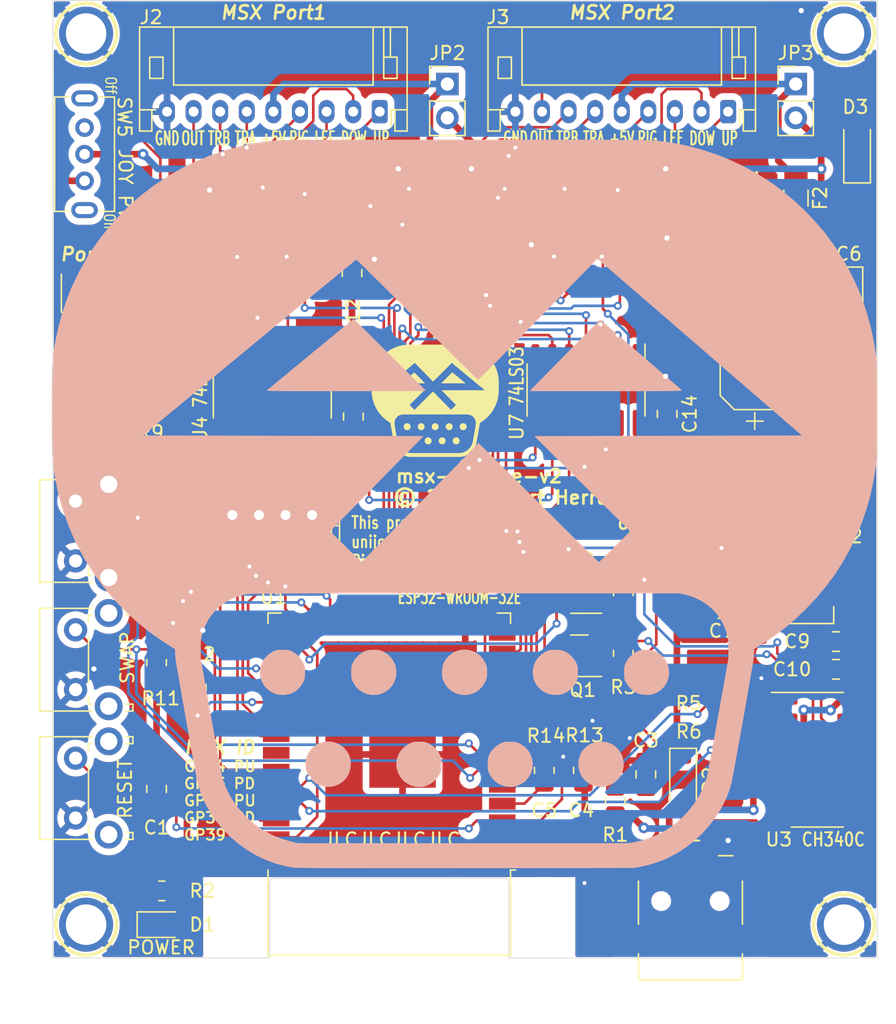
<source format=kicad_pcb>
(kicad_pcb (version 20221018) (generator pcbnew)
  (title_block (title "msx-joyblue-v2") (date "2024-03-24") (rev "Build2b") (company "Albert Herranz"))
  (layers (0 "F.Cu" signal) (31 "B.Cu" signal) (34 "B.Paste" user) (35 "F.Paste" user) (36 "B.SilkS" user "B.Silkscreen") (37 "F.SilkS" user "F.Silkscreen") (38 "B.Mask" user) (39 "F.Mask" user) (44 "Edge.Cuts" user))
  (net 0 "")
  (net 1 "VBUS")
  (net 2 "GPIO_BOOTSTRAP_04")
  (net 3 "/ESP_EN")
  (net 4 "/ESP_BOOT")
  (net 5 "RTS_PROG")
  (net 6 "DTR_PROG")
  (net 7 "+3V3_REG")
  (net 8 "/+5V_FILTERED")
  (net 9 "JOY_5V")
  (net 10 "/+3V3_LED")
  (net 11 "UART_TX")
  (net 12 "UART_RX")
  (net 13 "GPIO_39")
  (net 14 "GPIO_SWITCH_USER1")
  (net 15 "GPIO_SWITCH_USER2")
  (net 16 "GPIO_J2_LEFT")
  (net 17 "GPIO_J2_DOWN")
  (net 18 "GPIO_J1_UP")
  (net 19 "GPIO_J2_UP")
  (net 20 "GPIO_LED_J2")
  (net 21 "GPIO_J2_RIGHT")
  (net 22 "GPIO_J1_DOWN")
  (net 23 "GPIO_J1_LEFT")
  (net 24 "GPIO_J1_RIGHT")
  (net 25 "/JOY_EXT_5V")
  (net 26 "Net-(D4-A)")
  (net 27 "Net-(D5-A)")
  (net 28 "Net-(D6-A)")
  (net 29 "J1_PWR")
  (net 30 "J2_PWR")
  (net 31 "/USBD-")
  (net 32 "/USBD+")
  (net 34 "GND")
  (net 35 "GPIO_36")
  (net 36 "unconnected-(J1-Shield-Pad6)")
  (net 37 "/J1_RIGHT")
  (net 38 "/J1_LEFT")
  (net 39 "/J1_DOWN")
  (net 40 "/J1_UP")
  (net 41 "/J1_OUT")
  (net 42 "/J1_TRIGB")
  (net 43 "/J1_TRIGA")
  (net 44 "/J2_RIGHT")
  (net 45 "/J2_LEFT")
  (net 46 "/J2_DOWN")
  (net 47 "/J2_UP")
  (net 48 "/J2_OUT")
  (net 49 "/J2_TRIGB")
  (net 50 "/J2_TRIGA")
  (net 51 "I2C_SDA")
  (net 52 "I2C_SCL")
  (net 53 "Net-(Q1-B)")
  (net 54 "Net-(Q2-B)")
  (net 55 "Net-(U3-TXD)")
  (net 56 "Net-(U3-RXD)")
  (net 57 "GPIO_BOOTSTRAP_15_LED_J1")
  (net 58 "GPIO_LED_BT")
  (net 59 "GPIO_BOOTSTRAP_05")
  (net 61 "GPIO_J1_TRIGB")
  (net 62 "GPIO_J1_TRIGA")
  (net 69 "GPIO_J2_TRIGB")
  (net 70 "GPIO_J2_TRIGA")
  (net 79 "/~{J1_OUT_1}")
  (net 80 "/~{J2_OUT_1}")
  (footprint "Connector_USB:USB_Mini-B_Lumberg_2486_01_Horizontal" (layer "F.Cu") (at 130.765 145.755)
    (fp_text reference "J1")
    (fp_text value "USB_B_Mini")
  )
  (footprint "My_Components:ESP32-WROOM-32" (layer "F.Cu") (at 108.115 133.98 180)
    (fp_text reference "U1")
    (fp_text value "ESP32-WROOM-32E")
  )
  (footprint "Package_SO:SOIC-16_3.9x9.9mm_P1.27mm" (layer "F.Cu") (at 140.315 135.13)
    (fp_text reference "U3")
    (fp_text value "CH340C")
  )
  (footprint "Package_SO:SOIC-14_3.9x8.7mm_P1.27mm" (layer "F.Cu") (at 99.319 107.476 -90)
    (fp_text reference "U4")
    (fp_text value "74LS03")
  )
  (footprint "Package_TO_SOT_SMD:SOT-223-3_TabPin2" (layer "F.Cu") (at 139.6336 121.4786)
    (fp_text reference "U2")
    (fp_text value "AMS1117-3.3")
  )
  (footprint "My_Components:Hole_3mm" (layer "F.Cu") (at 85.315 147.53)
    (fp_text reference "H1" hide)
    (fp_text value "MountingHole_Pad" hide)
  )
  (footprint "My_Components:Hole_3mm" (layer "F.Cu") (at 142.315 147.53)
    (fp_text reference "H2" hide)
    (fp_text value "MountingHole_Pad" hide)
  )
  (footprint "Package_SO:SOIC-14_3.9x8.7mm_P1.27mm" (layer "F.Cu") (at 122.915 96.73 -90)
    (fp_text reference "U6")
    (fp_text value "74LS03")
  )
  (footprint "Package_SO:SOIC-14_3.9x8.7mm_P1.27mm" (layer "F.Cu") (at 99.219 96.752 -90)
    (fp_text reference "U5")
    (fp_text value "74LS03")
  )
  (footprint "Package_TO_SOT_SMD:SOT-23" (layer "F.Cu") (at 122.413 127.314 180)
    (fp_text reference "Q1")
    (fp_text value "S8050")
  )
  (footprint "Package_TO_SOT_SMD:SOT-23" (layer "F.Cu") (at 122.413 122.558 180)
    (fp_text reference "Q2")
    (fp_text value "S8050")
  )
  (footprint "Resistor_SMD:R_0805_2012Metric_Pad1.20x1.40mm_HandSolder" (layer "F.Cu") (at 88.415 104.93 -90)
    (fp_text reference "R7")
    (fp_text value "1K")
  )
  (footprint "Resistor_SMD:R_0805_2012Metric_Pad1.20x1.40mm_HandSolder" (layer "F.Cu") (at 122.715 135.93 -90)
    (fp_text reference "R13")
    (fp_text value "10K")
  )
  (footprint "LED_SMD:LED_0805_2012Metric_Pad1.15x1.40mm_HandSolder" (layer "F.Cu") (at 84.415 99.6238 90)
    (fp_text reference "D4")
    (fp_text value "Port1")
  )
  (footprint "Capacitor_SMD:C_0805_2012Metric_Pad1.18x1.45mm_HandSolder" (layer "F.Cu") (at 129.015 109.13 90)
    (fp_text reference "C14")
    (fp_text value "0.1uF")
  )
  (footprint "Connector_JST:JST_PH_B4B-PH-K_1x04_P2.00mm_Vertical" (layer "F.Cu") (at 96.315 116.73)
    (fp_text reference "J4")
    (fp_text value "I2C")
  )
  (footprint "LED_SMD:LED_0805_2012Metric_Pad1.15x1.40mm_HandSolder" (layer "F.Cu") (at 84.415 104.93 90)
    (fp_text reference "D6")
    (fp_text value "BT DISC")
  )
  (footprint "Resistor_SMD:R_0805_2012Metric_Pad1.20x1.40mm_HandSolder" (layer "F.Cu") (at 93.6 129.7 90)
    (fp_text reference "R12")
    (fp_text value "3.3K")
  )
  (footprint "Resistor_SMD:R_0805_2012Metric_Pad1.20x1.40mm_HandSolder" (layer "F.Cu") (at 125.115 138.23 -90)
    (fp_text reference "R1")
    (fp_text value "10K")
  )
  (footprint "Package_SO:SOIC-14_3.9x8.7mm_P1.27mm" (layer "F.Cu") (at 122.915 107.33 -90)
    (fp_text reference "U7")
    (fp_text value "74LS03")
  )
  (footprint "Resistor_SMD:R_0805_2012Metric_Pad1.20x1.40mm_HandSolder" (layer "F.Cu") (at 133.615 132.93)
    (fp_text reference "R6")
    (fp_text value "1K")
  )
  (footprint "Button_Switch_THT:SW_Tactile_SPST_Angled_PTS645Vx39-2LFS" (layer "F.Cu") (at 84.525 139.5094 90)
    (fp_text reference "SW1")
    (fp_text value "RESET")
  )
  (footprint "My_Components:Hole_3mm" (layer "F.Cu") (at 85.315 80.53)
    (fp_text reference "H3" hide)
    (fp_text value "MountingHole_Pad" hide)
  )
  (footprint "Fuse:Fuse_1206_3216Metric_Pad1.42x1.75mm_HandSolder" (layer "F.Cu") (at 112.5 92.9 -90)
    (fp_text reference "F1")
    (fp_text value "50mA")
  )
  (footprint "Connector_PinHeader_2.54mm:PinHeader_1x02_P2.54mm_Vertical" (layer "F.Cu") (at 112.485 84.325)
    (fp_text reference "JP2")
    (fp_text value "J1 Fuse Bypass")
  )
  (footprint "Button_Switch_THT:SW_Tactile_SPST_Angled_PTS645Vx39-2LFS" (layer "F.Cu") (at 84.525 120.18 90)
    (fp_text reference "SW3")
    (fp_text value "MODE")
  )
  (footprint "Capacitor_SMD:C_0805_2012Metric_Pad1.18x1.45mm_HandSolder" (layer "F.Cu") (at 133.1216 123.7646 180)
    (fp_text reference "C7")
    (fp_text value "22uF")
  )
  (footprint "My_Components:SW_SK-12D07G6-1P2T-6mm" (layer "F.Cu") (at 85.2 87.6 -90)
    (fp_text reference "SW5")
    (fp_text value "JOY PWR")
  )
  (footprint "Capacitor_SMD:C_0805_2012Metric_Pad1.18x1.45mm_HandSolder" (layer "F.Cu") (at 105.415 109.33 90)
    (fp_text reference "C11")
    (fp_text value "0.1uF")
  )
  (footprint "Connector_JST:JST_PH_S9B-PH-K_1x09_P2.00mm_Horizontal" (layer "F.Cu") (at 107.4 86.4 180)
    (fp_text reference "J2")
    (fp_text value "MSX Port1")
  )
  (footprint "Capacitor_SMD:C_0805_2012Metric_Pad1.18x1.45mm_HandSolder" (layer "F.Cu") (at 122.815 141.73 -90)
    (fp_text reference "C4")
    (fp_text value ".1uF")
  )
  (footprint "Resistor_SMD:R_0805_2012Metric_Pad1.20x1.40mm_HandSolder" (layer "F.Cu") (at 105.3 94.5 -90)
    (fp_text reference "R15")
    (fp_text value "3.3K")
  )
  (footprint "Capacitor_SMD:C_0805_2012Metric_Pad1.18x1.45mm_HandSolder" (layer "F.Cu") (at 90.615 137.33 90)
    (fp_text reference "C1")
    (fp_text value ".1uF")
  )
  (footprint "Capacitor_SMD:C_0805_2012Metric_Pad1.18x1.45mm_HandSolder" (layer "F.Cu") (at 134.5536 113.6046 90)
    (fp_text reference "C2")
    (fp_text value ".1uF")
  )
  (footprint "LED_SMD:LED_0805_2012Metric_Pad1.15x1.40mm_HandSolder" (layer "F.Cu") (at 84.415 110.53 90)
    (fp_text reference "D5")
    (fp_text value "Port2")
  )
  (footprint "Symbol:OSHW-Logo_7.5x8mm_SilkScreen" (layer "F.Cu") (at 129.2 115.1)
    (fp_text reference "SYM1" hide)
    (fp_text value "Logo_Open_Hardware_Large" hide)
  )
  (footprint "Resistor_SMD:R_0805_2012Metric_Pad1.20x1.40mm_HandSolder" (layer "F.Cu") (at 125.715 127.13 90)
    (fp_text reference "R3")
    (fp_text value "10K")
  )
  (footprint "Capacitor_SMD:C_0805_2012Metric_Pad1.18x1.45mm_HandSolder" (layer "F.Cu") (at 141.715 128.33 180)
    (fp_text reference "C10")
    (fp_text value "1uF")
  )
  (footprint "Diode_SMD:D_SOD-123" (layer "F.Cu") (at 130.215 136.63 -90)
    (fp_text reference "D2")
    (fp_text value "1N5819")
  )
  (footprint "Capacitor_SMD:C_0805_2012Metric_Pad1.18x1.45mm_HandSolder" (layer "F.Cu") (at 141.715 126.2472 180)
    (fp_text reference "C9")
    (fp_text value ".1uF")
  )
  (footprint "Resistor_SMD:R_0805_2012Metric_Pad1.20x1.40mm_HandSolder" (layer "F.Cu") (at 106.6 113.1 90)
    (fp_text reference "R16")
    (fp_text value "3.3K")
  )
  (footprint "Capacitor_SMD:C_0805_2012Metric_Pad1.18x1.45mm_HandSolder" (layer "F.Cu") (at 119.775 141.73 90)
    (fp_text reference "C5")
    (fp_text value "22uF")
  )
  (footprint "Button_Switch_THT:SW_Tactile_SPST_Angled_PTS645Vx39-2LFS" (layer "F.Cu") (at 84.525 129.8574 90)
    (fp_text reference "SW4")
    (fp_text value "SWAP")
  )
  (footprint "Resistor_SMD:R_0805_2012Metric_Pad1.20x1.40mm_HandSolder" (layer "F.Cu") (at 88.415 99.63 -90)
    (fp_text reference "R8")
    (fp_text value "3.3K")
  )
  (footprint "Resistor_SMD:R_0805_2012Metric_Pad1.20x1.40mm_HandSolder" (layer "F.Cu") (at 125.715 122.558 90)
    (fp_text reference "R4")
    (fp_text value "10K")
  )
  (footprint "Capacitor_SMD:CP_Elec_10x10.5" (layer "F.Cu") (at 138.3636 103.4446 90)
    (fp_text reference "C6")
    (fp_text value "2200uF")
  )
  (footprint "Resistor_SMD:R_0805_2012Metric_Pad1.20x1.40mm_HandSolder" (layer "F.Cu") (at 88.415 110.5218 -90)
    (fp_text reference "R9")
    (fp_text value "3.3K")
  )
  (footprint "Connector_JST:JST_PH_S9B-PH-K_1x09_P2.00mm_Horizontal" (layer "F.Cu") (at 133.6 86.4 180)
    (fp_text reference "J3")
    (fp_text value "MSX Port2")
  )
  (footprint "Resistor_SMD:R_0805_2012Metric_Pad1.20x1.40mm_HandSolder" (layer "F.Cu") (at 91.015 144.99 180)
    (fp_text reference "R2")
    (fp_text value "3K3")
  )
  (footprint "Capacitor_SMD:C_0805_2012Metric_Pad1.18x1.45mm_HandSolder" (layer "F.Cu") (at 133.1216 121.4532 180)
    (fp_text reference "C8")
    (fp_text value "22uF")
  )
  (footprint "Resistor_SMD:R_0805_2012Metric_Pad1.20x1.40mm_HandSolder" (layer "F.Cu") (at 90.615 127.83 90)
    (fp_text reference "R11")
    (fp_text value "10K")
  )
  (footprint "Fuse:Fuse_1206_3216Metric_Pad1.42x1.75mm_HandSolder" (layer "F.Cu") (at 138.7 92.9 -90)
    (fp_text reference "F2")
    (fp_text value "50mA")
  )
  (footprint "Resistor_SMD:R_0805_2012Metric_Pad1.20x1.40mm_HandSolder" (layer "F.Cu") (at 119.775 135.93 90)
    (fp_text reference "R14")
    (fp_text value "3.3K")
  )
  (footprint "LED_SMD:LED_0805_2012Metric_Pad1.15x1.40mm_HandSolder" (layer "F.Cu") (at 91.015 147.53)
    (fp_text reference "D1")
    (fp_text value "PWR")
  )
  (footprint "Resistor_SMD:R_0805_2012Metric_Pad1.20x1.40mm_HandSolder" (layer "F.Cu") (at 133.615 130.83)
    (fp_text reference "R5")
    (fp_text value "1K")
  )
  (footprint "Capacitor_SMD:C_0805_2012Metric_Pad1.18x1.45mm_HandSolder" (layer "F.Cu") (at 127.415 136.23 90)
    (fp_text reference "C3")
    (fp_text value "10uF")
  )
  (footprint "Capacitor_SMD:C_0805_2012Metric_Pad1.18x1.45mm_HandSolder" (layer "F.Cu") (at 105.315 98.53 90)
    (fp_text reference "C12")
    (fp_text value "0.1uF")
  )
  (footprint "My_Components:Hole_3mm" (layer "F.Cu") (at 142.315 80.53)
    (fp_text reference "H4" hide)
    (fp_text value "MountingHole_Pad" hide)
  )
  (footprint "Diode_SMD:D_SOD-123" (layer "F.Cu") (at 143.3 89.4 90)
    (fp_text reference "D3")
    (fp_text value "1N5819")
  )
  (footprint "Unijoysticle:SW_Push_1P1T_NO_5.1x5.1mm" (layer "F.Cu") (at 139.8876 114.1126 180)
    (fp_text reference "SW2")
    (fp_text value "BOOT")
  )
  (footprint "Connector_PinHeader_2.54mm:PinHeader_1x02_P2.54mm_Vertical" (layer "F.Cu") (at 138.685 84.325)
    (fp_text reference "JP3")
    (fp_text value "J2 Fuse Bypass")
  )
  (footprint "Resistor_SMD:R_0805_2012Metric_Pad1.20x1.40mm_HandSolder" (layer "F.Cu") (at 90.6545 117.9304 90)
    (fp_text reference "R10")
    (fp_text value "10K")
  )
  (footprint "Capacitor_SMD:C_0805_2012Metric_Pad1.18x1.45mm_HandSolder" (layer "F.Cu") (at 129.011 98.5616 90)
    (fp_text reference "C13")
    (fp_text value "0.1uF")
  )
  (footprint "My_Components:msx-joyblue-logo" (layer "B.Cu") (at 113.8 115.9 180)
    (fp_text reference "G***" hide)
    (fp_text value "LOGO" hide)
  )
  (gr_line (start 108.375902 109.654029) (end 108.368388 109.698556) (stroke (width 0.286419)) (layer "F.SilkS"))
  (gr_line (start 109.446992 112.171381) (end 109.495438 112.184374) (stroke (width 0.286419)) (layer "F.SilkS"))
  (gr_line (start 113.541724 112.203626) (end 113.59107 112.195143) (stroke (width 0.286419)) (layer "F.SilkS"))
  (gr_line (start 113.830095 112.119671) (end 113.875845 112.098397) (stroke (width 0.286419)) (layer "F.SilkS"))
  (gr_poly (pts (xy 110.525427 109.873174) (xy 110.536296 109.874001) (xy 110.547007 109.875362) (xy 110.557546 109.877245) (xy 110.567901 109.879635) (xy 110.578057 109.882519) (xy 110.588001 109.885885) (xy 110.59772 109.889717) (xy 110.607201 109.894004) (xy 110.616429 109.898731) (xy 110.625392 109.903885) (xy 110.634075 109.909453) (xy 110.642466 109.915421) (xy 110.650551 109.921775) (xy 110.658317 109.928503) (xy 110.66575 109.93559) (xy 110.672836 109.943024) (xy 110.679563 109.950791) (xy 110.685917 109.958877) (xy 110.691884 109.967269) (xy 110.697451 109.975954) (xy 110.702604 109.984918) (xy 110.70733 109.994148) (xy 110.711616 110.003629) (xy 110.715449 110.01335) (xy 110.718813 110.023295) (xy 110.721697 110.033453) (xy 110.724087 110.043809) (xy 110.725969 110.05435) (xy 110.72733 110.065062) (xy 110.728157 110.075933) (xy 110.728435 110.086948) (xy 110.728157 110.097963) (xy 110.72733 110.108833) (xy 110.725969 110.119546) (xy 110.724087 110.130087) (xy 110.721697 110.140443) (xy 110.718813 110.1506) (xy 110.715449 110.160546) (xy 110.711616 110.170266) (xy 110.70733 110.179748) (xy 110.702604 110.188978) (xy 110.697451 110.197941) (xy 110.691884 110.206626) (xy 110.685917 110.215018) (xy 110.679563 110.223105) (xy 110.672836 110.230871) (xy 110.66575 110.238305) (xy 110.658317 110.245393) (xy 110.650551 110.25212) (xy 110.642466 110.258475) (xy 110.634075 110.264443) (xy 110.625392 110.27001) (xy 110.616429 110.275165) (xy 110.607201 110.279892) (xy 110.59772 110.284178) (xy 110.588001 110.288011) (xy 110.578057 110.291376) (xy 110.567901 110.29426) (xy 110.557546 110.296651) (xy 110.547007 110.298533) (xy 110.536296 110.299894) (xy 110.525427 110.300721) (xy 110.514413 110.300999) (xy 110.5034 110.300721) (xy 110.492531 110.299894) (xy 110.48182 110.298533) (xy 110.471281 110.296651) (xy 110.460926 110.29426) (xy 110.45077 110.291376) (xy 110.440826 110.288011) (xy 110.431107 110.284178) (xy 110.421626 110.279892) (xy 110.412398 110.275165) (xy 110.403435 110.27001) (xy 110.394752 110.264443) (xy 110.386361 110.258475) (xy 110.378276 110.25212) (xy 110.37051 110.245393) (xy 110.363077 110.238305) (xy 110.355991 110.230871) (xy 110.349264 110.223105) (xy 110.34291 110.215018) (xy 110.336943 110.206626) (xy 110.331376 110.197941) (xy 110.326223 110.188978) (xy 110.321497 110.179748) (xy 110.317211 110.170266) (xy 110.313379 110.160546) (xy 110.310014 110.1506) (xy 110.30713 110.140443) (xy 110.30474 110.130087) (xy 110.302858 110.119546) (xy 110.301497 110.108833) (xy 110.30067 110.097963) (xy 110.300392 110.086948) (xy 110.30067 110.075933) (xy 110.301497 110.065062) (xy 110.302858 110.05435) (xy 110.30474 110.043809) (xy 110.30713 110.033453) (xy 110.310014 110.023295) (xy 110.313379 110.01335) (xy 110.317211 110.003629) (xy 110.321497 109.994148) (xy 110.326223 109.984918) (xy 110.331376 109.975954) (xy 110.336943 109.967269) (xy 110.34291 109.958877) (xy 110.349264 109.950791) (xy 110.355991 109.943024) (xy 110.363077 109.93559) (xy 110.37051 109.928503) (xy 110.378276 109.921775) (xy 110.386361 109.915421) (xy 110.394752 109.909453) (xy 110.403435 109.903885) (xy 110.412398 109.898731) (xy 110.421626 109.894004) (xy 110.431107 109.889717) (xy 110.440826 109.885885) (xy 110.45077 109.882519) (xy 110.460926 109.879635) (xy 110.471281 109.877245) (xy 110.48182 109.875362) (xy 110.492531 109.874001) (xy 110.5034 109.873174) (xy 110.514413 109.872896)) (stroke (width 0.095538)) (fill solid) (layer "F.SilkS"))
  (gr_line (start 108.385724 109.610496) (end 108.375902 109.654029) (stroke (width 0.286419)) (layer "F.SilkS"))
  (gr_line (start 108.374643 109.983144) (end 108.599514 111.254692) (stroke (width 0.286419)) (layer "F.SilkS"))
  (gr_line (start 114.775233 109.837484) (end 114.774953 109.790345) (stroke (width 0.286419)) (layer "F.SilkS"))
  (gr_line (start 114.536025 109.243332) (end 114.504232 109.214784) (stroke (width 0.286419)) (layer "F.SilkS"))
  (gr_line (start 108.467633 109.409886) (end 108.447049 109.447529) (stroke (width 0.286419)) (layer "F.SilkS"))
  (gr_line (start 108.942098 109.053873) (end 108.898239 109.066853) (stroke (width 0.286419)) (layer "F.SilkS"))
  (gr_line (start 108.79829 111.711266) (end 108.828928 111.751467) (stroke (width 0.286419)) (layer "F.SilkS"))
  (gr_line (start 109.544374 112.195143) (end 109.593727 112.203626) (stroke (width 0.286419)) (layer "F.SilkS"))
  (gr_line (start 108.774833 109.118515) (end 108.736593 109.139771) (stroke (width 0.286419)) (layer "F.SilkS"))
  (gr_line (start 114.393116 111.627393) (end 114.418329 111.583846) (stroke (width 0.286419)) (layer "F.SilkS"))
  (gr_line (start 109.005595 111.932668) (end 109.045111 111.964515) (stroke (width 0.286419)) (layer "F.SilkS"))
  (gr_line (start 113.783562 112.138967) (end 113.830095 112.119671) (stroke (width 0.286419)) (layer "F.SilkS"))
  (gr_line (start 108.397801 109.568018) (end 108.385724 109.610496) (stroke (width 0.286419)) (layer "F.SilkS"))
  (gr_line (start 109.693388 112.213489) (end 109.743549 112.214745) (stroke (width 0.286419)) (layer "F.SilkS"))
  (gr_line (start 108.360488 109.790345) (end 108.360205 109.837484) (stroke (width 0.286419)) (layer "F.SilkS"))
  (gr_line (start 108.742298 111.627393) (end 108.769389 111.669887) (stroke (width 0.286419)) (layer "F.SilkS"))
  (gr_line (start 108.855708 109.081995) (end 108.814555 109.099236) (stroke (width 0.286419)) (layer "F.SilkS"))
  (gr_line (start 113.688442 112.171381) (end 113.73632 112.156224) (stroke (width 0.286419)) (layer "F.SilkS"))
  (gr_line (start 109.170704 112.050161) (end 109.214672 112.075206) (stroke (width 0.286419)) (layer "F.SilkS"))
  (gr_line (start 114.749736 109.610496) (end 114.737664 109.568018) (stroke (width 0.286419)) (layer "F.SilkS"))
  (gr_line (start 113.955939 109.023533) (end 109.179495 109.023533) (stroke (width 0.286419)) (layer "F.SilkS"))
  (gr_line (start 109.081122 109.02851) (end 109.033591 109.03464) (stroke (width 0.286419)) (layer "F.SilkS"))
  (gr_line (start 108.828928 111.751467) (end 108.861229 111.790431) (stroke (width 0.286419)) (layer "F.SilkS"))
  (gr_line (start 108.653495 111.447499) (end 108.672614 111.493837) (stroke (width 0.286419)) (layer "F.SilkS"))
  (gr_line (start 109.214672 112.075206) (end 109.25957 112.098397) (stroke (width 0.286419)) (layer "F.SilkS"))
  (gr_line (start 113.640001 112.184374) (end 113.688442 112.171381) (stroke (width 0.286419)) (layer "F.SilkS"))
  (gr_line (start 108.609488 111.303889) (end 108.621859 111.352463) (stroke (width 0.286419)) (layer "F.SilkS"))
  (gr_line (start 114.620757 109.338748) (end 114.594339 109.305375) (stroke (width 0.286419)) (layer "F.SilkS"))
  (gr_line (start 108.367231 109.933945) (end 108.374643 109.983144) (stroke (width 0.286419)) (layer "F.SilkS"))
  (gr_line (start 109.305324 112.119671) (end 109.351861 112.138967) (stroke (width 0.286419)) (layer "F.SilkS"))
  (gr_line (start 114.768203 109.933945) (end 114.773 109.885372) (stroke (width 0.286419)) (layer "F.SilkS"))
  (gr_poly (pts (xy 112.631995 109.873211) (xy 112.642864 109.874038) (xy 112.653575 109.8754) (xy 112.664115 109.877282) (xy 112.674469 109.879673) (xy 112.684624 109.882558) (xy 112.694568 109.885925) (xy 112.704286 109.889758) (xy 112.713765 109.894046) (xy 112.722992 109.898774) (xy 112.731953 109.903929) (xy 112.740635 109.909498) (xy 112.749024 109.915468) (xy 112.757108 109.921823) (xy 112.764871 109.928553) (xy 112.772302 109.935642) (xy 112.779387 109.943077) (xy 112.786112 109.950845) (xy 112.792463 109.958933) (xy 112.798428 109.967327) (xy 112.803993 109.976013) (xy 112.809145 109.984979) (xy 112.81387 109.99421) (xy 112.818154 110.003693) (xy 112.821985 110.013415) (xy 112.825348 110.023362) (xy 112.828231 110.033521) (xy 112.83062 110.043878) (xy 112.832501 110.05442) (xy 112.833861 110.065134) (xy 112.834687 110.076005) (xy 112.834966 110.087021) (xy 112.834687 110.098034) (xy 112.833861 110.108902) (xy 112.832501 110.119611) (xy 112.83062 110.130149) (xy 112.828231 110.140502) (xy 112.825348 110.150657) (xy 112.821985 110.1606) (xy 112.818154 110.170317) (xy 112.81387 110.179796) (xy 112.809145 110.189022) (xy 112.803993 110.197983) (xy 112.798428 110.206664) (xy 112.792463 110.215054) (xy 112.786112 110.223137) (xy 112.779387 110.230901) (xy 112.772302 110.238332) (xy 112.764871 110.245416) (xy 112.757108 110.252142) (xy 112.749024 110.258493) (xy 112.740635 110.264459) (xy 112.731953 110.270024) (xy 112.722992 110.275176) (xy 112.713765 110.279901) (xy 112.704286 110.284186) (xy 112.694568 110.288017) (xy 112.684624 110.29138) (xy 112.674469 110.294264) (xy 112.664115 110.296653) (xy 112.653575 110.298534) (xy 112.642864 110.299895) (xy 112.631995 110.300721) (xy 112.62098 110.300999) (xy 112.609983 110.300721) (xy 112.599128 110.299895) (xy 112.58843 110.298534) (xy 112.577902 110.296653) (xy 112.567558 110.294264) (xy 112.557412 110.29138) (xy 112.547476 110.288017) (xy 112.537764 110.284186) (xy 112.52829 110.279901) (xy 112.519068 110.275176) (xy 112.51011 110.270024) (xy 112.50143 110.264459) (xy 112.493042 110.258493) (xy 112.48496 110.252142) (xy 112.477196 110.245416) (xy 112.469764 110.238332) (xy 112.462679 110.230901) (xy 112.455952 110.223137) (xy 112.449599 110.215054) (xy 112.443631 110.206664) (xy 112.438064 110.197983) (xy 112.432909 110.189022) (xy 112.428182 110.179796) (xy 112.423895 110.170317) (xy 112.420061 110.1606) (xy 112.416695 110.150657) (xy 112.41381 110.140502) (xy 112.411419 110.130149) (xy 112.409536 110.119611) (xy 112.408174 110.108902) (xy 112.407347 110.098034) (xy 112.407069 110.087021) (xy 112.407347 110.076005) (xy 112.408174 110.065134) (xy 112.409536 110.05442) (xy 112.411419 110.043878) (xy 112.41381 110.033521) (xy 112.416695 110.023362) (xy 112.420061 110.013415) (xy 112.423895 110.003693) (xy 112.428182 109.99421) (xy 112.432909 109.984979) (xy 112.438064 109.976014) (xy 112.443631 109.967327) (xy 112.449599 109.958933) (xy 112.455952 109.950846) (xy 112.462679 109.943077) (xy 112.469764 109.935642) (xy 112.477196 109.928553) (xy 112.48496 109.921824) (xy 112.493042 109.915468) (xy 112.50143 109.909498) (xy 112.51011 109.903929) (xy 112.519068 109.898774) (xy 112.52829 109.894046) (xy 112.537764 109.889758) (xy 112.547476 109.885925) (xy 112.557412 109.882558) (xy 112.567558 109.879673) (xy 112.577902 109.877282) (xy 112.58843 109.8754) (xy 112.599128 109.874038) (xy 112.609983 109.873211) (xy 112.62098 109.872932)) (stroke (width 0.095538)) (fill solid) (layer "F.SilkS"))
  (gr_line (start 114.148254 109.043114) (end 114.101885 109.03464) (stroke (width 0.286419)) (layer "F.SilkS"))
  (gr_line (start 114.049554 111.994754) (end 114.129806 111.932668) (stroke (width 0.286419)) (layer "F.SilkS"))
  (gr_line (start 108.699887 109.162942) (end 108.664766 109.187967) (stroke (width 0.286419)) (layer "F.SilkS"))
  (gr_line (start 108.541163 109.305375) (end 108.514741 109.338748) (stroke (width 0.286419)) (layer "F.SilkS"))
  (gr_line (start 108.599485 109.243332) (end 108.569428 109.27355) (stroke (width 0.286419)) (layer "F.SilkS"))
  (gr_line (start 114.688433 109.447529) (end 114.667855 109.409886) (stroke (width 0.286419)) (layer "F.SilkS"))
  (gr_poly (pts (xy 109.471831 109.873174) (xy 109.4827 109.874001) (xy 109.493411 109.875362) (xy 109.503951 109.877245) (xy 109.514305 109.879635) (xy 109.524461 109.882519) (xy 109.534406 109.885885) (xy 109.544125 109.889717) (xy 109.553605 109.894004) (xy 109.562833 109.898731) (xy 109.571796 109.903885) (xy 109.580479 109.909453) (xy 109.58887 109.915421) (xy 109.596956 109.921775) (xy 109.604721 109.928503) (xy 109.612154 109.93559) (xy 109.619241 109.943024) (xy 109.625967 109.950791) (xy 109.632321 109.958877) (xy 109.638288 109.967269) (xy 109.643855 109.975954) (xy 109.649008 109.984918) (xy 109.653735 109.994148) (xy 109.658021 110.003629) (xy 109.661853 110.01335) (xy 109.665218 110.023295) (xy 109.668102 110.033453) (xy 109.670491 110.043809) (xy 109.672374 110.05435) (xy 109.673735 110.065062) (xy 109.674561 110.075933) (xy 109.67484 110.086948) (xy 109.674561 110.097963) (xy 109.673735 110.108833) (xy 109.672374 110.119546) (xy 109.670491 110.130087) (xy 109.668102 110.140443) (xy 109.665218 110.1506) (xy 109.661853 110.160546) (xy 109.658021 110.170266) (xy 109.653735 110.179748) (xy 109.649008 110.188978) (xy 109.643855 110.197941) (xy 109.638288 110.206626) (xy 109.632321 110.215018) (xy 109.625967 110.223105) (xy 109.619241 110.230871) (xy 109.612154 110.238305) (xy 109.604721 110.245393) (xy 109.596956 110.25212) (xy 109.58887 110.258475) (xy 109.580479 110.264443) (xy 109.571796 110.27001) (xy 109.562833 110.275165) (xy 109.553605 110.279892) (xy 109.544125 110.284178) (xy 109.534406 110.288011) (xy 109.524461 110.291376) (xy 109.514305 110.29426) (xy 109.503951 110.296651) (xy 109.493411 110.298533) (xy 109.4827 110.299894) (xy 109.471831 110.300721) (xy 109.460818 110.300999) (xy 109.449804 110.300721) (xy 109.438935 110.299894) (xy 109.428224 110.298533) (xy 109.417685 110.296651) (xy 109.40733 110.29426) (xy 109.397174 110.291376) (xy 109.38723 110.288011) (xy 109.377511 110.284178) (xy 109.36803 110.279892) (xy 109.358802 110.275165) (xy 109.34984 110.27001) (xy 109.341156 110.264443) (xy 109.332765 110.258475) (xy 109.32468 110.25212) (xy 109.316914 110.245393) (xy 109.309481 110.238305) (xy 109.302395 110.230871) (xy 109.295668 110.223105) (xy 109.289314 110.215018) (xy 109.283347 110.206626) (xy 109.27778 110.197941) (xy 109.272627 110.188978) (xy 109.267901 110.179748) (xy 109.263615 110.170266) (xy 109.259782 110.160546) (xy 109.256418 110.1506) (xy 109.253534 110.140443) (xy 109.251144 110.130087) (xy 109.249262 110.119546) (xy 109.247901 110.108833) (xy 109.247074 110.097963) (xy 109.246796 110.086948) (xy 109.247074 110.075933) (xy 109.247901 110.065062) (xy 109.249262 110.05435) (xy 109.251144 110.043809) (xy 109.253534 110.033453) (xy 109.256418 110.023295) (xy 109.259782 110.01335) (xy 109.263615 110.003629) (xy 109.267901 109.994148) (xy 109.272627 109.984918) (xy 109.27778 109.975954) (xy 109.283347 109.967269) (xy 109.289314 109.958877) (xy 109.295668 109.950791) (xy 109.302395 109.943024) (xy 109.309481 109.93559) (xy 109.316914 109.928503) (xy 109.32468 109.921775) (xy 109.332765 109.915421) (xy 109.341156 109.909453) (xy 109.34984 109.903885) (xy 109.358802 109.898731) (xy 109.36803 109.894004) (xy 109.377511 109.889717) (xy 109.38723 109.885885) (xy 109.397174 109.882519) (xy 109.40733 109.879635) (xy 109.417685 109.877245) (xy 109.428224 109.875362) (xy 109.438935 109.874001) (xy 109.449804 109.873174) (xy 109.460818 109.872896)) (stroke (width 0.095538)) (fill solid) (layer "F.SilkS"))
  (gr_line (start 108.769389 111.669887) (end 108.79829 111.711266) (stroke (width 0.286419)) (layer "F.SilkS"))
  (gr_line (start 108.362435 109.885372) (end 108.367231 109.933945) (stroke (width 0.286419)) (layer "F.SilkS"))
  (gr_line (start 114.723389 109.526657) (end 114.706962 109.486473) (stroke (width 0.286419)) (layer "F.SilkS"))
  (gr_line (start 109.643423 112.209762) (end 109.693388 112.213489) (stroke (width 0.286419)) (layer "F.SilkS"))
  (gr_line (start 114.773 109.885372) (end 114.775233 109.837484) (stroke (width 0.286419)) (layer "F.SilkS"))
  (gr_line (start 109.743549 112.214745) (end 113.391921 112.214745) (stroke (width 0.286419)) (layer "F.SilkS"))
  (gr_line (start 108.412081 109.526657) (end 108.397801 109.568018) (stroke (width 0.286419)) (layer "F.SilkS"))
  (gr_line (start 114.101885 109.03464) (end 114.054342 109.02851) (stroke (width 0.286419)) (layer "F.SilkS"))
  (gr_line (start 114.759552 109.654029) (end 114.749736 109.610496) (stroke (width 0.286419)) (layer "F.SilkS"))
  (gr_line (start 114.129806 111.932668) (end 114.204875 111.864396) (stroke (width 0.286419)) (layer "F.SilkS"))
  (gr_poly (pts (xy 111.578795 109.873321) (xy 111.589656 109.874147) (xy 111.60036 109.875508) (xy 111.610892 109.877389) (xy 111.62124 109.879777) (xy 111.631389 109.88266) (xy 111.641326 109.886023) (xy 111.651039 109.889853) (xy 111.660513 109.894136) (xy 111.669734 109.89886) (xy 111.678691 109.904011) (xy 111.687368 109.909575) (xy 111.695754 109.915538) (xy 111.703833 109.921888) (xy 111.711594 109.928612) (xy 111.719021 109.935694) (xy 111.726103 109.943123) (xy 111.732825 109.950884) (xy 111.739174 109.958965) (xy 111.745137 109.967352) (xy 111.7507 109.97603) (xy 111.75585 109.984988) (xy 111.760573 109.994211) (xy 111.764856 110.003686) (xy 111.768686 110.0134) (xy 111.772048 110.023339) (xy 111.77493 110.03349) (xy 111.777319 110.043839) (xy 111.7792 110.054372) (xy 111.78056 110.065077) (xy 111.781386 110.07594) (xy 111.781664 110.086948) (xy 111.781386 110.097955) (xy 111.78056 110.108818) (xy 111.7792 110.119523) (xy 111.777319 110.130057) (xy 111.77493 110.140406) (xy 111.772048 110.150557) (xy 111.768686 110.160495) (xy 111.764856 110.170209) (xy 111.760573 110.179684) (xy 111.75585 110.188907) (xy 111.7507 110.197865) (xy 111.745137 110.206544) (xy 111.739174 110.21493) (xy 111.732825 110.223011) (xy 111.726103 110.230772) (xy 111.719021 110.238201) (xy 111.711594 110.245284) (xy 111.703833 110.252007) (xy 111.695754 110.258357) (xy 111.687368 110.264321) (xy 111.678691 110.269885) (xy 111.669734 110.275035) (xy 111.660513 110.279759) (xy 111.651039 110.284043) (xy 111.641326 110.287873) (xy 111.631389 110.291236) (xy 111.62124 110.294118) (xy 111.610892 110.296507) (xy 111.60036 110.298388) (xy 111.589656 110.299748) (xy 111.578795 110.300574) (xy 111.567789 110.300852) (xy 111.556783 110.300574) (xy 111.545921 110.299748) (xy 111.535218 110.298388) (xy 111.524686 110.296507) (xy 111.514338 110.294118) (xy 111.504189 110.291236) (xy 111.494252 110.287873) (xy 111.484539 110.284043) (xy 111.475065 110.279759) (xy 111.465843 110.275035) (xy 111.456887 110.269885) (xy 111.448209 110.264321) (xy 111.439824 110.258357) (xy 111.431745 110.252007) (xy 111.423984 110.245284) (xy 111.416557 110.238201) (xy 111.409475 110.230772) (xy 111.402753 110.223011) (xy 111.396403 110.21493) (xy 111.39044 110.206544) (xy 111.384877 110.197865) (xy 111.379728 110.188907) (xy 111.375004 110.179684) (xy 111.370721 110.170209) (xy 111.366892 110.160495) (xy 111.363529 110.150557) (xy 111.360647 110.140406) (xy 111.358259 110.130057) (xy 111.356378 110.119523) (xy 111.355018 110.108818) (xy 111.354192 110.097955) (xy 111.353914 110.086948) (xy 111.354192 110.07594) (xy 111.355018 110.065077) (xy 111.356378 110.054372) (xy 111.358259 110.043839) (xy 111.360647 110.03349) (xy 111.363529 110.023339) (xy 111.366892 110.0134) (xy 111.370721 110.003686) (xy 111.375004 109.994211) (xy 111.379728 109.984988) (xy 111.384877 109.97603) (xy 111.39044 109.967352) (xy 111.396403 109.958965) (xy 111.402753 109.950884) (xy 111.409475 109.943123) (xy 111.416557 109.935694) (xy 111.423984 109.928612) (xy 111.431745 109.921888) (xy 111.439824 109.915538) (xy 111.448209 109.909575) (xy 111.456887 109.904011) (xy 111.465843 109.89886) (xy 111.475065 109.894136) (xy 111.484539 109.889853) (xy 111.494252 109.886023) (xy 111.504189 109.88266) (xy 111.514338 109.879777) (xy 111.524686 109.877389) (xy 111.535218 109.875508) (xy 111.545921 109.874147) (xy 111.556783 109.873321) (xy 111.567789 109.873043)) (stroke (width 0.095538)) (fill solid) (layer "F.SilkS"))
  (gr_line (start 114.320956 109.099236) (end 114.279799 109.081995) (stroke (width 0.286419)) (layer "F.SilkS"))
  (gr_line (start 109.045111 111.964515) (end 109.08585 111.994754) (stroke (width 0.286419)) (layer "F.SilkS"))
  (gr_line (start 114.279799 109.081995) (end 114.237263 109.066853) (stroke (width 0.286419)) (layer "F.SilkS"))
  (gr_line (start 108.930526 111.864396) (end 108.967376 111.899274) (stroke (width 0.286419)) (layer "F.SilkS"))
  (gr_poly (pts (xy 110.808145 106.827578) (xy 109.045013 106.827578) (xy 109.999247 106.0024)) (fill solid) (layer "F.SilkS"))
  (gr_line (start 108.514741 109.338748) (end 108.490214 109.373605) (stroke (width 0.286419)) (layer "F.SilkS"))
  (gr_line (start 109.127739 112.023323) (end 109.170704 112.050161) (stroke (width 0.286419)) (layer "F.SilkS"))
  (gr_line (start 113.442076 112.213489) (end 113.492035 112.209762) (stroke (width 0.286419)) (layer "F.SilkS"))
  (gr_line (start 108.664766 109.187967) (end 108.631281 109.214784) (stroke (width 0.286419)) (layer "F.SilkS"))
  (gr_line (start 114.504232 109.214784) (end 114.470749 109.187967) (stroke (width 0.286419)) (layer "F.SilkS"))
  (gr_line (start 109.495438 112.184374) (end 109.544374 112.195143) (stroke (width 0.286419)) (layer "F.SilkS"))
  (gr_line (start 109.179495 109.023533) (end 109.129773 109.024788) (stroke (width 0.286419)) (layer "F.SilkS"))
  (gr_line (start 114.566078 109.27355) (end 114.536025 109.243332) (stroke (width 0.286419)) (layer "F.SilkS"))
  (gr_line (start 109.351861 112.138967) (end 109.399108 112.156224) (stroke (width 0.286419)) (layer "F.SilkS"))
  (gr_line (start 108.621859 111.352463) (end 108.636552 111.400354) (stroke (width 0.286419)) (layer "F.SilkS"))
  (gr_line (start 114.594339 109.305375) (end 114.566078 109.27355) (stroke (width 0.286419)) (layer "F.SilkS"))
  (gr_line (start 114.737664 109.568018) (end 114.723389 109.526657) (stroke (width 0.286419)) (layer "F.SilkS"))
  (gr_line (start 108.636552 111.400354) (end 108.653495 111.447499) (stroke (width 0.286419)) (layer "F.SilkS"))
  (gr_line (start 114.772212 109.744015) (end 114.767061 109.698556) (stroke (width 0.286419)) (layer "F.SilkS"))
  (gr_line (start 114.498891 111.400354) (end 114.513593 111.352463) (stroke (width 0.286419)) (layer "F.SilkS"))
  (gr_line (start 108.717089 111.583846) (end 108.742298 111.627393) (stroke (width 0.286419)) (layer "F.SilkS"))
  (gr_line (start 114.441586 111.539307) (end 114.462815 111.493837) (stroke (width 0.286419)) (layer "F.SilkS"))
  (gr_line (start 114.337116 111.711266) (end 114.366021 111.669887) (stroke (width 0.286419)) (layer "F.SilkS"))
  (gr_line (start 109.25957 112.098397) (end 109.305324 112.119671) (stroke (width 0.286419)) (layer "F.SilkS"))
  (gr_line (start 114.525972 111.303889) (end 114.535956 111.254692) (stroke (width 0.286419)) (layer "F.SilkS"))
  (gr_line (start 109.593727 112.203626) (end 109.643423 112.209762) (stroke (width 0.286419)) (layer "F.SilkS"))
  (gr_line (start 109.08585 111.994754) (end 109.127739 112.023323) (stroke (width 0.286419)) (layer "F.SilkS"))
  (gr_line (start 108.898239 109.066853) (end 108.855708 109.081995) (stroke (width 0.286419)) (layer "F.SilkS"))
  (gr_line (start 114.470749 109.187967) (end 114.435628 109.162942) (stroke (width 0.286419)) (layer "F.SilkS"))
  (gr_line (start 113.73632 112.156224) (end 113.783562 112.138967) (stroke (width 0.286419)) (layer "F.SilkS"))
  (gr_line (start 108.967376 111.899274) (end 109.005595 111.932668) (stroke (width 0.286419)) (layer "F.SilkS"))
  (gr_line (start 108.631281 109.214784) (end 108.599485 109.243332) (stroke (width 0.286419)) (layer "F.SilkS"))
  (gr_line (start 108.569428 109.27355) (end 108.541163 109.305375) (stroke (width 0.286419)) (layer "F.SilkS"))
  (gr_line (start 114.005676 109.024788) (end 113.955939 109.023533) (stroke (width 0.286419)) (layer "F.SilkS"))
  (gr_line (start 113.492035 112.209762) (end 113.541724 112.203626) (stroke (width 0.286419)) (layer "F.SilkS"))
  (gr_line (start 108.363233 109.744015) (end 108.360488 109.790345) (stroke (width 0.286419)) (layer "F.SilkS"))
  (gr_line (start 114.398922 109.139771) (end 114.36068 109.118515) (stroke (width 0.286419)) (layer "F.SilkS"))
  (gr_line (start 114.204875 111.864396) (end 114.274174 111.790431) (stroke (width 0.286419)) (layer "F.SilkS"))
  (gr_poly (pts (xy 109.998662 110.937695) (xy 110.009527 110.938521) (xy 110.020235 110.939882) (xy 110.030771 110.941764) (xy 110.041121 110.944153) (xy 110.051274 110.947037) (xy 110.061215 110.950401) (xy 110.070931 110.954232) (xy 110.080408 110.958517) (xy 110.089633 110.963243) (xy 110.098592 110.968395) (xy 110.107273 110.973961) (xy 110.115661 110.979926) (xy 110.123743 110.986279) (xy 110.131507 110.993004) (xy 110.138937 111.000089) (xy 110.146021 111.007521) (xy 110.152745 111.015285) (xy 110.159097 111.023368) (xy 110.165062 111.031758) (xy 110.170627 111.040439) (xy 110.175778 111.0494) (xy 110.180503 111.058627) (xy 110.184788 111.068105) (xy 110.188619 111.077822) (xy 110.191982 111.087764) (xy 110.194865 111.097918) (xy 110.197254 111.108271) (xy 110.199136 111.118808) (xy 110.200496 111.129517) (xy 110.201322 111.140384) (xy 110.201601 111.151395) (xy 110.201322 111.162406) (xy 110.200496 111.173273) (xy 110.199136 111.183982) (xy 110.197254 111.194519) (xy 110.194865 111.204871) (xy 110.191982 111.215025) (xy 110.188619 111.224968) (xy 110.184788 111.234685) (xy 110.180503 111.244163) (xy 110.175778 111.25339) (xy 110.170627 111.26235) (xy 110.165062 111.271032) (xy 110.159097 111.279421) (xy 110.152745 111.287505) (xy 110.146021 111.295269) (xy 110.138937 111.3027) (xy 110.131507 111.309785) (xy 110.123743 111.316511) (xy 110.115661 111.322863) (xy 110.107273 111.328829) (xy 110.098592 111.334395) (xy 110.089633 111.339547) (xy 110.080408 111.344272) (xy 110.070931 111.348557) (xy 110.061215 111.352389) (xy 110.051274 111.355753) (xy 110.041121 111.358636) (xy 110.030771 111.361026) (xy 110.020235 111.362907) (xy 110.009527 111.364268) (xy 109.998662 111.365094) (xy 109.987652 111.365373) (xy 109.976643 111.365094) (xy 109.965777 111.364268) (xy 109.95507 111.362907) (xy 109.944534 111.361026) (xy 109.934183 111.358636) (xy 109.924031 111.355753) (xy 109.91409 111.352389) (xy 109.904374 111.348557) (xy 109.894897 111.344272) (xy 109.885672 111.339547) (xy 109.876712 111.334395) (xy 109.868032 111.328829) (xy 109.859644 111.322863) (xy 109.851561 111.316511) (xy 109.843798 111.309785) (xy 109.836368 111.3027) (xy 109.829284 111.295269) (xy 109.822559 111.287505) (xy 109.816208 111.279421) (xy 109.810243 111.271032) (xy 109.804678 111.26235) (xy 109.799526 111.25339) (xy 109.794802 111.244163) (xy 109.790517 111.234685) (xy 109.786686 111.224968) (xy 109.783323 111.215025) (xy 109.78044 111.204871) (xy 109.778051 111.194519) (xy 109.776169 111.183982) (xy 109.774809 111.173273) (xy 109.773982 111.162406) (xy 109.773704 111.151395) (xy 109.773982 111.140384) (xy 109.774809 111.129517) (xy 109.776169 111.118808) (xy 109.778051 111.108271) (xy 109.78044 111.097918) (xy 109.783323 111.087764) (xy 109.786686 111.077822) (xy 109.790517 111.068105) (xy 109.794802 111.058627) (xy 109.799526 111.0494) (xy 109.804678 111.040439) (xy 109.810243 111.031758) (xy 109.816208 111.023368) (xy 109.822559 111.015285) (xy 109.829284 111.007521) (xy 109.836368 111.000089) (xy 109.843798 110.993004) (xy 109.851561 110.986279) (xy 109.859644 110.979926) (xy 109.868032 110.973961) (xy 109.876712 110.968395) (xy 109.885672 110.963243) (xy 109.894897 110.958517) (xy 109.904374 110.954232) (xy 109.91409 110.950401) (xy 109.924031 110.947037) (xy 109.934183 110.944153) (xy 109.944534 110.941764) (xy 109.95507 110.939882) (xy 109.965777 110.938521) (xy 109.976643 110.937695) (xy 109.987652 110.937416)) (stroke (width 0.095538)) (fill solid) (layer "F.SilkS"))
  (gr_poly (pts (xy 113.158893 110.937658) (xy 113.169752 110.938484) (xy 113.180452 110.939845) (xy 113.190981 110.941726) (xy 113.201325 110.944115) (xy 113.211471 110.946998) (xy 113.221404 110.950361) (xy 113.231113 110.954192) (xy 113.240582 110.958476) (xy 113.2498 110.963201) (xy 113.258751 110.968352) (xy 113.267424 110.973916) (xy 113.275805 110.979881) (xy 113.28388 110.986231) (xy 113.291635 110.992955) (xy 113.299058 111.000038) (xy 113.306135 111.007467) (xy 113.312853 111.015229) (xy 113.319198 111.02331) (xy 113.325156 111.031697) (xy 113.330715 111.040376) (xy 113.335861 111.049333) (xy 113.340581 111.058556) (xy 113.34486 111.068031) (xy 113.348686 111.077745) (xy 113.352046 111.087683) (xy 113.354926 111.097833) (xy 113.357312 111.108181) (xy 113.359191 111.118713) (xy 113.36055 111.129417) (xy 113.361375 111.140279) (xy 113.361653 111.151284) (xy 113.361375 111.162294) (xy 113.36055 111.173158) (xy 113.359191 111.183865) (xy 113.357312 111.1944) (xy 113.354926 111.204751) (xy 113.352046 111.214903) (xy 113.348686 111.224843) (xy 113.34486 111.234559) (xy 113.340581 111.244035) (xy 113.335861 111.25326) (xy 113.330715 111.262219) (xy 113.325156 111.270899) (xy 113.319198 111.279287) (xy 113.312853 111.287369) (xy 113.306135 111.295132) (xy 113.299058 111.302562) (xy 113.291635 111.309646) (xy 113.28388 111.316371) (xy 113.275805 111.322722) (xy 113.267424 111.328687) (xy 113.258751 111.334252) (xy 113.2498 111.339403) (xy 113.240582 111.344128) (xy 113.231113 111.348412) (xy 113.221404 111.352243) (xy 113.211471 111.355607) (xy 113.201325 111.35849) (xy 113.190981 111.360879) (xy 113.180452 111.36276) (xy 113.169752 111.364121) (xy 113.158893 111.364947) (xy 113.147889 111.365225) (xy 113.136868 111.364947) (xy 113.125994 111.364121) (xy 113.115279 111.36276) (xy 113.104737 111.360879) (xy 113.094381 111.35849) (xy 113.084224 111.355607) (xy 113.074281 111.352243) (xy 113.064564 111.348412) (xy 113.055086 111.344128) (xy 113.045862 111.339403) (xy 113.036904 111.334252) (xy 113.028225 111.328687) (xy 113.01984 111.322722) (xy 113.011761 111.316371) (xy 113.004002 111.309646) (xy 112.996576 111.302562) (xy 112.989497 111.295132) (xy 112.982777 111.287369) (xy 112.976431 111.279287) (xy 112.970472 111.270899) (xy 112.964912 111.262219) (xy 112.959766 111.25326) (xy 112.955046 111.244035) (xy 112.950767 111.234559) (xy 112.946941 111.224843) (xy 112.943581 111.214903) (xy 112.940702 111.204751) (xy 112.938317 111.1944) (xy 112.936438 111.183865) (xy 112.93508 111.173158) (xy 112.934255 111.162294) (xy 112.933977 111.151284) (xy 112.934255 111.140282) (xy 112.93508 111.129423) (xy 112.936439 111.118722) (xy 112.938318 111.108191) (xy 112.940705 111.097845) (xy 112.943585 111.087697) (xy 112.946945 111.077759) (xy 112.950772 111.068047) (xy 112.955053 111.058573) (xy 112.959773 111.04935) (xy 112.964921 111.040392) (xy 112.970481 111.031713) (xy 112.976442 111.023326) (xy 112.982789 111.015245) (xy 112.98951 111.007482) (xy 112.99659 111.000052) (xy 113.004017 110.992968) (xy 113.011776 110.986243) (xy 113.019856 110.979892) (xy 113.028241 110.973926) (xy 113.03692 110.96836) (xy 113.045878 110.963208) (xy 113.055102 110.958483) (xy 113.064579 110.954197) (xy 113.074296 110.950366) (xy 113.084238 110.947001) (xy 113.094393 110.944117) (xy 113.104747 110.941728) (xy 113.115287 110.939846) (xy 113.126 110.938484) (xy 113.136871 110.937658) (xy 113.147889 110.937379)) (stroke (width 0.095538)) (fill solid) (layer "F.SilkS"))
  (gr_line (start 108.672614 111.493837) (end 108.693837 111.539307) (stroke (width 0.286419)) (layer "F.SilkS"))
  (gr_poly (pts (xy 113.859639 106.827578) (xy 112.016795 106.827578) (xy 112.853307 105.996514)) (fill solid) (layer "F.SilkS"))
  (gr_poly (pts (xy 112.105265 110.937695) (xy 112.116131 110.938521) (xy 112.126838 110.939882) (xy 112.137374 110.941764) (xy 112.147725 110.944153) (xy 112.157877 110.947037) (xy 112.167818 110.950401) (xy 112.177534 110.954232) (xy 112.187011 110.958517) (xy 112.196236 110.963243) (xy 112.205196 110.968395) (xy 112.213876 110.973961) (xy 112.222265 110.979926) (xy 112.230347 110.986279) (xy 112.23811 110.993004) (xy 112.24554 111.000089) (xy 112.252624 111.007521) (xy 112.259349 111.015285) (xy 112.2657 111.023368) (xy 112.271665 111.031758) (xy 112.27723 111.040439) (xy 112.282382 111.0494) (xy 112.287107 111.058627) (xy 112.291391 111.068105) (xy 112.295222 111.077822) (xy 112.298585 111.087764) (xy 112.301468 111.097918) (xy 112.303857 111.108271) (xy 112.305739 111.118808) (xy 112.3071 111.129517) (xy 112.307926 111.140384) (xy 112.308204 111.151395) (xy 112.307926 111.162406) (xy 112.3071 111.173273) (xy 112.305739 111.183982) (xy 112.303857 111.194519) (xy 112.301468 111.204871) (xy 112.298585 111.215025) (xy 112.295222 111.224968) (xy 112.291391 111.234685) (xy 112.287107 111.244163) (xy 112.282382 111.25339) (xy 112.27723 111.26235) (xy 112.271665 111.271032) (xy 112.2657 111.279421) (xy 112.259349 111.287505) (xy 112.252624 111.295269) (xy 112.24554 111.3027) (xy 112.23811 111.309785) (xy 112.230347 111.316511) (xy 112.222265 111.322863) (xy 112.213876 111.328829) (xy 112.205196 111.334395) (xy 112.196236 111.339547) (xy 112.187011 111.344272) (xy 112.177534 111.348557) (xy 112.167818 111.352389) (xy 112.157877 111.355753) (xy 112.147725 111.358636) (xy 112.137374 111.361026) (xy 112.126838 111.362907) (xy 112.116131 111.364268) (xy 112.105265 111.365094) (xy 112.094256 111.365373) (xy 112.083246 111.365094) (xy 112.072381 111.364268) (xy 112.061673 111.362907) (xy 112.051138 111.361026) (xy 112.040787 111.358636) (xy 112.030634 111.355753) (xy 112.020693 111.352389) (xy 112.010977 111.348557) (xy 112.0015 111.344272) (xy 111.992275 111.339547) (xy 111.983316 111.334395) (xy 111.974635 111.328829) (xy 111.966247 111.322863) (xy 111.958165 111.316511) (xy 111.950402 111.309785) (xy 111.942971 111.3027) (xy 111.935887 111.295269) (xy 111.929163 111.287505) (xy 111.922811 111.279421) (xy 111.916846 111.271032) (xy 111.911281 111.26235) (xy 111.90613 111.25339) (xy 111.901405 111.244163) (xy 111.89712 111.234685) (xy 111.89329 111.224968) (xy 111.889926 111.215025) (xy 111.887043 111.204871) (xy 111.884654 111.194519) (xy 111.882773 111.183982) (xy 111.881412 111.173273) (xy 111.880586 111.162406) (xy 111.880307 111.151395) (xy 111.880586 111.140384) (xy 111.881412 111.129517) (xy 111.882773 111.118808) (xy 111.884654 111.108271) (xy 111.887043 111.097918) (xy 111.889926 111.087764) (xy 111.89329 111.077822) (xy 111.89712 111.068105) (xy 111.901405 111.058627) (xy 111.90613 111.0494) (xy 111.911281 111.040439) (xy 111.916846 111.031758) (xy 111.922811 111.023368) (xy 111.929163 111.015285) (xy 111.935887 111.007521) (xy 111.942971 111.000089) (xy 111.950402 110.993004) (xy 111.958165 110.986279) (xy 111.966247 110.979926) (xy 111.974635 110.973961) (xy 111.983316 110.968395) (xy 111.992275 110.963243) (xy 112.0015 110.958517) (xy 112.010977 110.954232) (xy 112.020693 110.950401) (xy 112.030634 110.947037) (xy 112.040787 110.944153) (xy 112.051138 110.941764) (xy 112.061673 110.939882) (xy 112.072381 110.938521) (xy 112.083246 110.937695) (xy 112.094256 110.937416)) (stroke (width 0.095538)) (fill solid) (layer "F.SilkS"))
  (gr_line (start 108.599514 111.254692) (end 108.609488 111.303889) (stroke (width 0.286419)) (layer "F.SilkS"))
  (gr_line (start 114.36068 109.118515) (end 114.320956 109.099236) (stroke (width 0.286419)) (layer "F.SilkS"))
  (gr_line (start 114.481941 111.447499) (end 114.498891 111.400354) (stroke (width 0.286419)) (layer "F.SilkS"))
  (gr_line (start 109.129773 109.024788) (end 109.081122 109.02851) (stroke (width 0.286419)) (layer "F.SilkS"))
  (gr_line (start 114.418329 111.583846) (end 114.441586 111.539307) (stroke (width 0.286419)) (layer "F.SilkS"))
  (gr_line (start 114.054342 109.02851) (end 114.005676 109.024788) (stroke (width 0.286419)) (layer "F.SilkS"))
  (gr_line (start 114.462815 111.493837) (end 114.481941 111.447499) (stroke (width 0.286419)) (layer "F.SilkS"))
  (gr_line (start 108.814555 109.099236) (end 108.774833 109.118515) (stroke (width 0.286419)) (layer "F.SilkS"))
  (gr_line (start 108.428515 109.486473) (end 108.412081 109.526657) (stroke (width 0.286419)) (layer "F.SilkS"))
  (gr_line (start 108.987232 109.043114) (end 108.942098 109.053873) (stroke (width 0.286419)) (layer "F.SilkS"))
  (gr_line (start 114.435628 109.162942) (end 114.398922 109.139771) (stroke (width 0.286419)) (layer "F.SilkS"))
  (gr_line (start 114.706962 109.486473) (end 114.688433 109.447529) (stroke (width 0.286419)) (layer "F.SilkS"))
  (gr_line (start 114.513593 111.352463) (end 114.525972 111.303889) (stroke (width 0.286419)) (layer "F.SilkS"))
  (gr_line (start 108.861229 111.790431) (end 108.895119 111.828094) (stroke (width 0.286419)) (layer "F.SilkS"))
  (gr_line (start 109.399108 112.156224) (end 109.446992 112.171381) (stroke (width 0.286419)) (layer "F.SilkS"))
  (gr_line (start 113.964705 112.050161) (end 114.049554 111.994754) (stroke (width 0.286419)) (layer "F.SilkS"))
  (gr_line (start 113.875845 112.098397) (end 113.964705 112.050161) (stroke (width 0.286419)) (layer "F.SilkS"))
  (gr_line (start 114.76079 109.983144) (end 114.768203 109.933945) (stroke (width 0.286419)) (layer "F.SilkS"))
  (gr_poly (pts (xy 111.052111 110.937695) (xy 111.062976 110.938521) (xy 111.073683 110.939882) (xy 111.084219 110.941764) (xy 111.09457 110.944153) (xy 111.104723 110.947037) (xy 111.114664 110.950401) (xy 111.12438 110.954232) (xy 111.133857 110.958517) (xy 111.143082 110.963243) (xy 111.152041 110.968395) (xy 111.160722 110.973961) (xy 111.16911 110.979926) (xy 111.177192 110.986279) (xy 111.184955 110.993004) (xy 111.192386 111.000089) (xy 111.19947 111.007521) (xy 111.206194 111.015285) (xy 111.212546 111.023368) (xy 111.218511 111.031758) (xy 111.224076 111.040439) (xy 111.229227 111.0494) (xy 111.233952 111.058627) (xy 111.238236 111.068105) (xy 111.242067 111.077822) (xy 111.245431 111.087764) (xy 111.248314 111.097918) (xy 111.250703 111.108271) (xy 111.252584 111.118808) (xy 111.253945 111.129517) (xy 111.254771 111.140384) (xy 111.25505 111.151395) (xy 111.254771 111.162406) (xy 111.253945 111.173273) (xy 111.252584 111.183982) (xy 111.250703 111.194519) (xy 111.248314 111.204871) (xy 111.245431 111.215025) (xy 111.242067 111.224968) (xy 111.238236 111.234685) (xy 111.233952 111.244163) (xy 111.229227 111.25339) (xy 111.224076 111.26235) (xy 111.218511 111.271032) (xy 111.212546 111.279421) (xy 111.206194 111.287505) (xy 111.19947 111.295269) (xy 111.192386 111.3027) (xy 111.184955 111.309785) (xy 111.177192 111.316511) (xy 111.16911 111.322863) (xy 111.160722 111.328829) (xy 111.152041 111.334395) (xy 111.143082 111.339547) (xy 111.133857 111.344272) (xy 111.12438 111.348557) (xy 111.114664 111.352389) (xy 111.104723 111.355753) (xy 111.09457 111.358636) (xy 111.084219 111.361026) (xy 111.073683 111.362907) (xy 111.062976 111.364268) (xy 111.052111 111.365094) (xy 111.041101 111.365373) (xy 111.030091 111.365094) (xy 111.019226 111.364268) (xy 111.008519 111.362907) (xy 110.997983 111.361026) (xy 110.987632 111.358636) (xy 110.977479 111.355753) (xy 110.967539 111.352389) (xy 110.957823 111.348557) (xy 110.948346 111.344272) (xy 110.939121 111.339547) (xy 110.930161 111.334395) (xy 110.921481 111.328829) (xy 110.913092 111.322863) (xy 110.90501 111.316511) (xy 110.897247 111.309785) (xy 110.889817 111.3027) (xy 110.882733 111.295269) (xy 110.876008 111.287505) (xy 110.869657 111.279421) (xy 110.863692 111.271032) (xy 110.858127 111.26235) (xy 110.852975 111.25339) (xy 110.84825 111.244163) (xy 110.843966 111.234685) (xy 110.840135 111.224968) (xy 110.836771 111.215025) (xy 110.833888 111.204871) (xy 110.831499 111.194519) (xy 110.829618 111.183982) (xy 110.828257 111.173273) (xy 110.827431 111.162406) (xy 110.827153 111.151395) (xy 110.827431 111.140384) (xy 110.828257 111.129517) (xy 110.829618 111.118808) (xy 110.831499 111.108271) (xy 110.833888 111.097918) (xy 110.836771 111.087764) (xy 110.840135 111.077822) (xy 110.843966 111.068105) (xy 110.84825 111.058627) (xy 110.852975 111.0494) (xy 110.858127 111.040439) (xy 110.863692 111.031758) (xy 110.869657 111.023368) (xy 110.876008 111.015285) (xy 110.882733 111.007521) (xy 110.889817 111.000089) (xy 110.897247 110.993004) (xy 110.90501 110.986279) (xy 110.913092 110.979926) (xy 110.921481 110.973961) (xy 110.930161 110.968395) (xy 110.939121 110.963243) (xy 110.948346 110.958517) (xy 110.957823 110.954232) (xy 110.967539 110.950401) (xy 110.977479 110.947037) (xy 110.987632 110.944153) (xy 110.997983 110.941764) (xy 111.008519 110.939882) (xy 111.019226 110.938521) (xy 111.030091 110.937695) (xy 111.041101 110.937416)) (stroke (width 0.095538)) (fill solid) (layer "F.SilkS"))
  (gr_line (start 113.391921 112.214745) (end 113.442076 112.213489) (stroke (width 0.286419)) (layer "F.SilkS"))
  (gr_line (start 108.736593 109.139771) (end 108.699887 109.162942) (stroke (width 0.286419)) (layer "F.SilkS"))
  (gr_line (start 108.895119 111.828094) (end 108.930526 111.864396) (stroke (width 0.286419)) (layer "F.SilkS"))
  (gr_line (start 114.667855 109.409886) (end 114.645279 109.373605) (stroke (width 0.286419)) (layer "F.SilkS"))
  (gr_line (start 109.033591 109.03464) (end 108.987232 109.043114) (stroke (width 0.286419)) (layer "F.SilkS"))
  (gr_line (start 108.368388 109.698556) (end 108.363233 109.744015) (stroke (width 0.286419)) (layer "F.SilkS"))
  (gr_line (start 113.59107 112.195143) (end 113.640001 112.184374) (stroke (width 0.286419)) (layer "F.SilkS"))
  (gr_line (start 114.645279 109.373605) (end 114.620757 109.338748) (stroke (width 0.286419)) (layer "F.SilkS"))
  (gr_line (start 114.366021 111.669887) (end 114.393116 111.627393) (stroke (width 0.286419)) (layer "F.SilkS"))
  (gr_line (start 114.237263 109.066853) (end 114.193397 109.053873) (stroke (width 0.286419)) (layer "F.SilkS"))
  (gr_line (start 114.774953 109.790345) (end 114.772212 109.744015) (stroke (width 0.286419)) (layer "F.SilkS"))
  (gr_line (start 108.490214 109.373605) (end 108.467633 109.409886) (stroke (width 0.286419)) (layer "F.SilkS"))
  (gr_line (start 114.193397 109.053873) (end 114.148254 109.043114) (stroke (width 0.286419)) (layer "F.SilkS"))
  (gr_line (start 114.535956 111.254692) (end 114.76079 109.983144) (stroke (width 0.286419)) (layer "F.SilkS"))
  (gr_line (start 108.693837 111.539307) (end 108.717089 111.583846) (stroke (width 0.286419)) (layer "F.SilkS"))
  (gr_poly (pts (xy 113.646192 103.919733) (xy 113.791441 103.93071) (xy 113.934532 103.948788) (xy 114.075287 103.973792) (xy 114.213531 104.005545) (xy 114.349087 104.04387) (xy 114.481778 104.088591) (xy 114.611428 104.139531) (xy 114.73786 104.196514) (xy 114.860898 104.259362) (xy 114.980364 104.327901) (xy 115.096084 104.401952) (xy 115.207879 104.481339) (xy 115.315574 104.565886) (xy 115.418992 104.655417) (xy 115.517956 104.749754) (xy 115.61229 104.848721) (xy 115.701818 104.952142) (xy 115.786362 105.059839) (xy 115.865747 105.171637) (xy 115.939795 105.287359) (xy 116.00833 105.406829) (xy 116.071177 105.529869) (xy 116.128157 105.656303) (xy 116.179095 105.785955) (xy 116.223814 105.918648) (xy 116.262137 106.054205) (xy 116.293889 106.192451) (xy 116.318892 106.333207) (xy 116.336969 106.476299) (xy 116.347946 106.621549) (xy 116.351643 106.76878) (xy 116.351643 107.33735) (xy 116.349774 107.442089) (xy 116.344209 107.545854) (xy 116.335011 107.648581) (xy 116.322244 107.750208) (xy 116.30597 107.85067) (xy 116.286253 107.949906) (xy 116.263156 108.047852) (xy 116.236743 108.144444) (xy 116.207076 108.23962) (xy 116.17422 108.333317) (xy 116.138236 108.425471) (xy 116.099189 108.516019) (xy 116.057142 108.604899) (xy 116.012157 108.692046) (xy 115.964299 108.777398) (xy 115.91363 108.860892) (xy 115.860213 108.942464) (xy 115.804113 109.022052) (xy 115.745392 109.099592) (xy 115.684113 109.175021) (xy 115.62034 109.248276) (xy 115.554135 109.319293) (xy 115.485563 109.388011) (xy 115.414686 109.454365) (xy 115.341568 109.518292) (xy 115.266272 109.57973) (xy 115.18886 109.638615) (xy 115.109397 109.694884) (xy 115.027946 109.748473) (xy 114.94457 109.79932) (xy 114.859331 109.847362) (xy 114.772294 109.892536) (xy 114.77482 109.847303) (xy 114.775107 109.802722) (xy 114.773198 109.758845) (xy 114.769137 109.715723) (xy 114.762966 109.673408) (xy 114.754728 109.63195) (xy 114.744467 109.591402) (xy 114.732225 109.551814) (xy 114.718045 109.513239) (xy 114.701971 109.475726) (xy 114.684045 109.439329) (xy 114.66431 109.404098) (xy 114.642809 109.370084) (xy 114.619585 109.337339) (xy 114.594682 109.305915) (xy 114.568141 109.275863) (xy 114.540007 109.247233) (xy 114.510321 109.220079) (xy 114.479128 109.19445) (xy 114.44647 109.170398) (xy 114.41239 109.147976) (xy 114.37693 109.127233) (xy 114.340135 109.108222) (xy 114.302046 109.090995) (xy 114.262708 109.075601) (xy 114.222162 109.062093) (xy 114.180452 109.050522) (xy 114.137622 109.04094) (xy 114.093712 109.033398) (xy 114.048768 109.027947) (xy 114.002831 109.024638) (xy 113.955945 109.023524) (xy 109.179516 109.023524) (xy 109.132646 109.024638) (xy 109.086722 109.027947) (xy 109.041789 109.033398) (xy 108.997888 109.04094) (xy 108.955065 109.050522) (xy 108.91336 109.062093) (xy 108.872818 109.075601) (xy 108.833482 109.090995) (xy 108.795394 109.108223) (xy 108.758598 109.127233) (xy 108.723137 109.147976) (xy 108.689054 109.170399) (xy 108.656392 109.19445) (xy 108.625194 109.220079) (xy 108.595503 109.247233) (xy 108.567362 109.275863) (xy 108.540815 109.305915) (xy 108.515904 109.337339) (xy 108.492673 109.370084) (xy 108.471164 109.404098) (xy 108.451421 109.439329) (xy 108.433487 109.475726) (xy 108.417404 109.513239) (xy 108.403217 109.551814) (xy 108.390967 109.591402) (xy 108.380699 109.63195) (xy 108.372455 109.673408) (xy 108.366278 109.715723) (xy 108.362211 109.758845) (xy 108.360298 109.802722) (xy 108.360582 109.847303) (xy 108.363105 109.892536) (xy 108.190828 109.79932) (xy 108.026 109.694882) (xy 107.869125 109.579728) (xy 107.72071 109.454362) (xy 107.581261 109.31929) (xy 107.451284 109.175016) (xy 107.331284 109.022047) (xy 107.221767 108.860887) (xy 107.12324 108.692041) (xy 107.036209 108.516014) (xy 106.961179 108.333312) (xy 106.898656 108.14444) (xy 106.849146 107.949902) (xy 106.813156 107.750205) (xy 106.791191 107.545852) (xy 106.784107 107.347182) (xy 107.649762 107.347182) (xy 110.75661 107.347182) (xy 109.644579 108.45195) (xy 110.010769 108.820581) (xy 111.404517 107.435912) (xy 112.759568 108.818138) (xy 113.130579 108.454391) (xy 112.045098 107.347182) (xy 115.304734 107.347182) (xy 112.821121 105.296071) (xy 111.409339 106.698649) (xy 110.028552 105.290184) (xy 107.649762 107.347182) (xy 106.784107 107.347182) (xy 106.783757 107.33735) (xy 106.783757 106.76878) (xy 106.787455 106.621549) (xy 106.798431 106.476299) (xy 106.81651 106.333207) (xy 106.841514 106.192451) (xy 106.873267 106.054205) (xy 106.911592 105.918648) (xy 106.956313 105.785955) (xy 107.007253 105.656303) (xy 107.064235 105.529869) (xy 107.127084 105.406829) (xy 107.195622 105.287359) (xy 107.269673 105.171637) (xy 107.34906 105.059839) (xy 107.433607 104.952142) (xy 107.523138 104.848721) (xy 107.617475 104.749754) (xy 107.716442 104.655417) (xy 107.819863 104.565886) (xy 107.927561 104.481339) (xy 108.039359 104.401952) (xy 108.155081 104.327901) (xy 108.27455 104.259363) (xy 108.39759 104.196514) (xy 108.524024 104.139531) (xy 108.653676 104.088591) (xy 108.786369 104.043871) (xy 108.921927 104.005545) (xy 109.060172 103.973793) (xy 109.200929 103.948789) (xy 109.34402 103.93071) (xy 109.48927 103.919733) (xy 109.636502 103.916035) (xy 113.498961 103.916035)) (fill solid) (layer "F.SilkS"))
  (gr_line (start 108.447049 109.447529) (end 108.428515 109.486473) (stroke (width 0.286419)) (layer "F.SilkS"))
  (gr_poly (pts (xy 113.685479 109.873174) (xy 113.696348 109.874001) (xy 113.707059 109.875362) (xy 113.717599 109.877245) (xy 113.727953 109.879635) (xy 113.738109 109.882519) (xy 113.748054 109.885885) (xy 113.757773 109.889717) (xy 113.767253 109.894004) (xy 113.776481 109.898731) (xy 113.785444 109.903885) (xy 113.794128 109.909453) (xy 113.802519 109.915421) (xy 113.810604 109.921775) (xy 113.818369 109.928503) (xy 113.825802 109.93559) (xy 113.832889 109.943024) (xy 113.839616 109.950791) (xy 113.845969 109.958877) (xy 113.851936 109.967269) (xy 113.857503 109.975954) (xy 113.862656 109.984918) (xy 113.867383 109.994148) (xy 113.871669 110.003629) (xy 113.875501 110.01335) (xy 113.878866 110.023295) (xy 113.88175 110.033453) (xy 113.88414 110.043809) (xy 113.886022 110.05435) (xy 113.887383 110.065062) (xy 113.888209 110.075933) (xy 113.888488 110.086948) (xy 113.888209 110.097963) (xy 113.887383 110.108833) (xy 113.886022 110.119546) (xy 113.88414 110.130087) (xy 113.88175 110.140443) (xy 113.878866 110.1506) (xy 113.875501 110.160546) (xy 113.871669 110.170266) (xy 113.867383 110.179748) (xy 113.862656 110.188978) (xy 113.857503 110.197941) (xy 113.851936 110.206626) (xy 113.845969 110.215018) (xy 113.839616 110.223105) (xy 113.832889 110.230871) (xy 113.825802 110.238305) (xy 113.818369 110.245393) (xy 113.810604 110.25212) (xy 113.802519 110.258475) (xy 113.794128 110.264443) (xy 113.785444 110.27001) (xy 113.776481 110.275165) (xy 113.767253 110.279892) (xy 113.757773 110.284178) (xy 113.748054 110.288011) (xy 113.738109 110.291376) (xy 113.727953 110.29426) (xy 113.717599 110.296651) (xy 113.707059 110.298533) (xy 113.696348 110.299894) (xy 113.685479 110.300721) (xy 113.674466 110.300999) (xy 113.663452 110.300721) (xy 113.652583 110.299894) (xy 113.641872 110.298533) (xy 113.631333 110.296651) (xy 113.620978 110.29426) (xy 113.610822 110.291376) (xy 113.600878 110.288011) (xy 113.591159 110.284178) (xy 113.581678 110.279892) (xy 113.57245 110.275165) (xy 113.563488 110.27001) (xy 113.554804 110.264443) (xy 113.546413 110.258475) (xy 113.538328 110.25212) (xy 113.530562 110.245393) (xy 113.52313 110.238305) (xy 113.516043 110.230871) (xy 113.509316 110.223105) (xy 113.502963 110.215018) (xy 113.496996 110.206626) (xy 113.491429 110.197941) (xy 113.486275 110.188978) (xy 113.481549 110.179748) (xy 113.477263 110.170266) (xy 113.473431 110.160546) (xy 113.470066 110.1506) (xy 113.467182 110.140443) (xy 113.464792 110.130087) (xy 113.46291 110.119546) (xy 113.461549 110.108833) (xy 113.460723 110.097963) (xy 113.460444 110.086948) (xy 113.460723 110.075933) (xy 113.461549 110.065062) (xy 113.46291 110.05435) (xy 113.464792 110.043809) (xy 113.467182 110.033453) (xy 113.470066 110.023295) (xy 113.473431 110.01335) (xy 113.477263 110.003629) (xy 113.481549 109.994148) (xy 113.486275 109.984918) (xy 113.491429 109.975954) (xy 113.496996 109.967269) (xy 113.502963 109.958877) (xy 113.509316 109.950791) (xy 113.516043 109.943024) (xy 113.52313 109.93559) (xy 113.530562 109.928503) (xy 113.538328 109.921775) (xy 113.546413 109.915421) (xy 113.554804 109.909453) (xy 113.563488 109.903885) (xy 113.57245 109.898731) (xy 113.581678 109.894004) (xy 113.591159 109.889717) (xy 113.600878 109.885885) (xy 113.610822 109.882519) (xy 113.620978 109.879635) (xy 113.631333 109.877245) (xy 113.641872 109.875362) (xy 113.652583 109.874001) (xy 113.663452 109.873174) (xy 113.674466 109.872896)) (stroke (width 0.095538)) (fill solid) (layer "F.SilkS"))
  (gr_line (start 114.274174 111.790431) (end 114.337116 111.711266) (stroke (width 0.286419)) (layer "F.SilkS"))
  (gr_line (start 108.360205 109.837484) (end 108.362435 109.885372) (stroke (width 0.286419)) (layer "F.SilkS"))
  (gr_line (start 114.767061 109.698556) (end 114.759552 109.654029) (stroke (width 0.286419)) (layer "F.SilkS"))
  (gr_line (start 82.815 78.03) (end 82.815 150.03) (stroke (width 0.05)) (layer "Edge.Cuts"))
  (gr_line (start 82.815 150.03) (end 99.115 150.03) (stroke (width 0.05)) (layer "Edge.Cuts"))
  (gr_line (start 144.815 78.03) (end 82.815 78.03) (stroke (width 0.05)) (layer "Edge.Cuts"))
  (gr_line (start 144.815 150.03) (end 144.815 78.03) (stroke (width 0.05)) (layer "Edge.Cuts"))
  (gr_line (start 117.115 150.03) (end 117.115 144.43) (stroke (width 0.05)) (layer "Edge.Cuts"))
  (gr_arc (start 99.115 144.43) (mid 99.232157 144.147157) (end 99.515 144.03) (stroke (width 0.05)) (layer "Edge.Cuts"))
  (gr_arc (start 116.715 144.03) (mid 116.997843 144.147157) (end 117.115 144.43) (stroke (width 0.05)) (layer "Edge.Cuts"))
  (gr_line (start 144.815 150.03) (end 117.115 150.03) (stroke (width 0.05)) (layer "Edge.Cuts"))
  (gr_line (start 99.115 144.43) (end 99.115 150.03) (stroke (width 0.05)) (layer "Edge.Cuts"))
  (gr_line (start 116.715 144.03) (end 99.515 144.03) (stroke (width 0.05)) (layer "Edge.Cuts"))
  (gr_text "GP04 PU\nGP05 PD\nGP15 PU\nGP36 PD\nGP39 PU" (at 92.6 141.25) (layer "F.SilkS") (effects (font (size 0.8 0.8)) (justify left bottom)))
  (gr_text "RIG" (at 126.7 89) (layer "F.SilkS") (effects (font (size 1 0.6)) (justify left bottom)))
  (gr_text "${REVISION}" (at 111.2 103.5) (layer "F.SilkS") (effects (font (size 1 0.8) (thickness 0.2)) (justify left bottom)))
  (gr_text "UP" (at 133 89) (layer "F.SilkS") (effects (font (size 1 0.6)) (justify left bottom)))
  (gr_text "POWER" (at 88.315 149.83) (layer "F.SilkS") (effects (font (size 1 1)) (justify left bottom)))
  (gr_text "DOW" (at 130.6 89) (layer "F.SilkS") (effects (font (size 1 0.6)) (justify left bottom)))
  (gr_text "+5V" (at 98.4 89) (layer "F.SilkS") (effects (font (size 1 0.6)) (justify left bottom)))
  (gr_text "UP" (at 106.8 89) (layer "F.SilkS") (effects (font (size 1 0.6)) (justify left bottom)))
  (gr_text "TRA" (at 122.6 89) (layer "F.SilkS") (effects (font (size 1 0.6)) (justify left bottom)))
  (gr_text "DOW" (at 104.4 89) (layer "F.SilkS") (effects (font (size 1 0.6)) (justify left bottom)))
  (gr_text "3V3" (at 102.4 120.4) (layer "F.SilkS") (effects (font (size 1 0.6) (thickness 0.15) bold)))
  (gr_text "GND" (at 116.6 89) (layer "F.SilkS") (effects (font (size 1 0.6)) (justify left bottom)))
  (gr_text "+5V" (at 124.6 89) (layer "F.SilkS") (effects (font (size 1 0.6)) (justify left bottom)))
  (gr_text "Off" (at 86.7 83.7 270) (layer "F.SilkS") (effects (font (size 0.8 0.6) (thickness 0.1)) (justify left bottom)))
  (gr_text "LEF" (at 102.4 89) (layer "F.SilkS") (effects (font (size 1 0.6)) (justify left bottom)))
  (gr_text "SCL" (at 100.3 120.4) (layer "F.SilkS") (effects (font (size 1 0.6) (thickness 0.15) bold)))
  (gr_text "On" (at 86.6 94 270) (layer "F.SilkS") (effects (font (size 0.8 0.6) (thickness 0.1)) (justify left bottom)))
  (gr_text "TRA" (at 96.4 89) (layer "F.SilkS") (effects (font (size 1 0.6)) (justify left bottom)))
  (gr_text "https://github.com/herraa1" (at 116.8 92.1) (layer "F.SilkS") (effects (font (size 1 0.9) (thickness 0.2) bold) (justify left bottom)))
  (gr_text "© 2024 Albert Herranz" (at 108.3 116) (layer "F.SilkS") (effects (font (size 1 1) (thickness 0.2)) (justify left bottom)))
  (gr_text "OUT" (at 118.6 89) (layer "F.SilkS") (effects (font (size 1 0.6)) (justify left bottom)))
  (gr_text "JLCJLCJLCJLC" (at 108.315 141.13) (layer "F.SilkS") (effects (font (size 1 1))))
  (gr_text "SDA" (at 98.3 120.4) (layer "F.SilkS") (effects (font (size 1 0.6) (thickness 0.15) bold)))
  (gr_text "GND" (at 96.1 120.4) (layer "F.SilkS") (effects (font (size 1 0.6) (thickness 0.15) bold)))
  (gr_text "LEF" (at 128.6 89) (layer "F.SilkS") (effects (font (size 1 0.6)) (justify left bottom)))
  (gr_text "TRB" (at 120.6 89) (layer "F.SilkS") (effects (font (size 1 0.6)) (justify left bottom)))
  (gr_text "${TITLE}" (at 108.5 114.4) (layer "F.SilkS") (effects (font (size 1 1) (thickness 0.2)) (justify left bottom)))
  (gr_text "GND" (at 90.4 89) (layer "F.SilkS") (effects (font (size 1 0.6)) (justify left bottom)))
  (gr_text "TRB" (at 94.4 89) (layer "F.SilkS") (effects (font (size 1 0.6)) (justify left bottom)))
  (gr_text "RIG" (at 100.5 89) (layer "F.SilkS") (effects (font (size 1 0.6)) (justify left bottom)))
  (gr_text "MSX ID" (at 92.6 134.8) (layer "F.SilkS") (effects (font (size 1 1) (thickness 0.2) bold italic) (justify left bottom)))
  (gr_text "OUT" (at 92.4 89) (layer "F.SilkS") (effects (font (size 1 0.6)) (justify left bottom)))
  (gr_text_box "This project is based on the unijoysticle2 project owned by Ricardo Quesada." (start 104.5 116.1) (end 125.9 122.1) (layer "F.SilkS") (effects (font (size 0.9 0.7)) (justify left top)))
  (segment (start 129.165 143.055) (end 129.165 139.33) (width 0.5) (layer "F.Cu") (net 1))
  (segment (start 129.165 139.33) (end 130.215 138.28) (width 0.5) (layer "F.Cu") (net 1))
  (segment (start 121.4755 127.314) (end 121.4755 127.767052) (width 0.2) (layer "F.Cu") (net 3))
  (segment (start 128.6 136.0825) (end 127.415 137.2675) (width 0.2) (layer "F.Cu") (net 3))
  (segment (start 128.6 134.2) (end 128.6 136.0825) (width 0.2) (layer "F.Cu") (net 3))
  (segment (start 119.505 139.695) (end 121.1 138.1) (width 0.2) (layer "F.Cu") (net 3))
  (segment (start 127.415 137.2675) (end 125.1525 137.2675) (width 0.2) (layer "F.Cu") (net 3))
  (segment (start 123.885 136) (end 125.115 137.23) (width 0.2) (layer "F.Cu") (net 3))
  (segment (start 121.5 136) (end 123.885 136) (width 0.2) (layer "F.Cu") (net 3))
  (segment (start 92.1 137.23875) (end 91.15375 136.2925) (width 0.2) (layer "F.Cu") (net 3))
  (segment (start 121.4755 127.767052) (end 124.908448 131.2) (width 0.2) (layer "F.Cu") (net 3))
  (segment (start 121.1 136.4) (end 121.5 136) (width 0.2) (layer "F.Cu") (net 3))
  (segment (start 124.908448 131.2) (end 125.6 131.2) (width 0.2) (layer "F.Cu") (net 3))
  (segment (start 85.8081 136.2925) (end 90.615 136.2925) (width 0.2) (layer "F.Cu") (net 3))
  (segment (start 114.705 139.695) (end 116.615 139.695) (width 0.2) (layer "F.Cu") (net 3))
  (segment (start 114.1 140.3) (end 114.705 139.695) (width 0.2) (layer "F.Cu") (net 3))
  (segment (start 92.1 140.2) (end 92.1 137.23875) (width 0.2) (layer "F.Cu") (net 3))
  (segment (start 116.615 139.695) (end 119.505 139.695) (width 0.2) (layer "F.Cu") (net 3))
  (segment (start 121.1 138.1) (end 121.1 136.4) (width 0.2) (layer "F.Cu") (net 3))
  (segment (start 84.525 135.0094) (end 85.8081 136.2925) (width 0.2) (layer "F.Cu") (net 3))
  (segment (start 125.6 131.2) (end 128.6 134.2) (width 0.2) (layer "F.Cu") (net 3))
  (via (at 114.1 140.3) (size 0.6) (drill 0.3) (layers "F.Cu" "B.Cu") (net 3))
  (via (at 92.1 140.2) (size 0.6) (drill 0.3) (layers "F.Cu" "B.Cu") (net 3))
  (segment (start 114.1 140.3) (end 92.2 140.3) (width 0.2) (layer "B.Cu") (net 3))
  (segment (start 92.2 140.3) (end 92.1 140.2) (width 0.2) (layer "B.Cu") (net 3))
  (segment (start 120.7 124.9) (end 120.7 123.3335) (width 0.2) (layer "F.Cu") (net 4))
  (segment (start 121.4755 119.4245) (end 121.4755 122.558) (width 0.2) (layer "F.Cu") (net 4))
  (segment (start 134.5536 112.5671) (end 133.1 114.0207) (width 0.2) (layer "F.Cu") (net 4))
  (segment (start 133.1 114.0207) (end 133.1 119.2) (width 0.2) (layer "F.Cu") (net 4))
  (segment (start 136.8876 112.2376) (end 134.8831 112.2376) (width 0.2) (layer "F.Cu") (net 4))
  (segment (start 121.6 119.3) (end 121.4755 119.4245) (width 0.2) (layer "F.Cu") (net 4))
  (segment (start 102.1 127.43) (end 100.395 125.725) (width 0.2) (layer "F.Cu") (net 4))
  (segment (start 120.7 123.3335) (end 121.4755 122.558) (width 0.2) (layer "F.Cu") (net 4))
  (segment (start 142.8876 112.2376) (end 136.8876 112.2376) (width 0.2) (layer "F.Cu") (net 4))
  (segment (start 102.1 127.6) (end 102.1 127.43) (width 0.2) (layer "F.Cu") (net 4))
  (via (at 120.7 124.9) (size 0.6) (drill 0.3) (layers "F.Cu" "B.Cu") (net 4))
  (via (at 121.6 119.3) (size 0.6) (drill 0.3) (layers "F.Cu" "B.Cu") (net 4))
  (via (at 133.1 119.2) (size 0.6) (drill 0.3) (layers "F.Cu" "B.Cu") (net 4))
  (via (at 102.1 127.6) (size 0.6) (drill 0.3) (layers "F.Cu" "B.Cu") (net 4))
  (segment (start 102.1 127.6) (end 103.3 126.4) (width 0.2) (layer "B.Cu") (net 4))
  (segment (start 121.6 119.3) (end 121.7 119.2) (width 0.2) (layer "B.Cu") (net 4))
  (segment (start 119.2 126.4) (end 120.7 124.9) (width 0.2) (layer "B.Cu") (net 4))
  (segment (start 103.3 126.4) (end 119.2 126.4) (width 0.2) (layer "B.Cu") (net 4))
  (segment (start 121.7 119.2) (end 133.1 119.2) (width 0.2) (layer "B.Cu") (net 4))
  (segment (start 137.3 126.3) (end 137.3 127.134314) (width 0.2) (layer "F.Cu") (net 5))
  (segment (start 140.6 132.009999) (end 141.815001 133.225) (width 0.2) (layer "F.Cu") (net 5))
  (segment (start 128.2 122.5) (end 127.3 121.6) (width 0.2) (layer "F.Cu") (net 5))
  (segment (start 127.3 121.6) (end 125.757 121.6) (width 0.2) (layer "F.Cu") (net 5))
  (segment (start 140.6 130.434314) (end 140.6 132.009999) (width 0.2) (layer "F.Cu") (net 5))
  (segment (start 124.0165 127.03) (end 127.618529 127.03) (width 0.2) (layer "F.Cu") (net 5))
  (segment (start 128.2 126.448529) (end 128.2 122.5) (width 0.2) (layer "F.Cu") (net 5))
  (segment (start 123.3505 126.364) (end 124.0165 127.03) (width 0.2) (layer "F.Cu") (net 5))
  (segment (start 127.618529 127.03) (end 128.2 126.448529) (width 0.2) (layer "F.Cu") (net 5))
  (segment (start 137.3 127.134314) (end 140.6 130.434314) (width 0.2) (layer "F.Cu") (net 5))
  (segment (start 141.815001 133.225) (end 142.79 133.225) (width 0.2) (layer "F.Cu") (net 5))
  (via (at 137.3 126.3) (size 0.6) (drill 0.3) (layers "F.Cu" "B.Cu") (net 5))
  (via (at 127.3 121.6) (size 0.6) (drill 0.3) (layers "F.Cu" "B.Cu") (net 5))
  (segment (start 137.3 126.3) (end 137 126.6) (width 0.2) (layer "B.Cu") (net 5))
  (segment (start 127.3 124.2) (end 129.7 126.6) (width 0.2) (layer "B.Cu") (net 5))
  (segment (start 137 126.6) (end 129.7 126.6) (width 0.2) (layer "B.Cu") (net 5))
  (segment (start 127.3 124.2) (end 127.3 121.6) (width 0.2) (layer "B.Cu") (net 5))
  (segment (start 139.987364 132.667363) (end 141.815001 134.495) (width 0.2) (layer "F.Cu") (net 6))
  (segment (start 139.987364 130.387364) (end 139.987364 132.667363) (width 0.2) (layer "F.Cu") (net 6))
  (segment (start 136.8 127.2) (end 139.987364 130.387364) (width 0.2) (layer "F.Cu") (net 6))
  (segment (start 123.3505 122.061052) (end 122.313 123.098552) (width 0.2) (layer "F.Cu") (net 6))
  (segment (start 127.6 126.2) (end 125.785 126.2) (width 0.2) (layer "F.Cu") (net 6))
  (segment (start 122.313 123.913) (end 124.53 126.13) (width 0.2) (layer "F.Cu") (net 6))
  (segment (start 123.3505 121.608) (end 123.3505 122.061052) (width 0.2) (layer "F.Cu") (net 6))
  (segment (start 124.53 126.13) (end 125.715 126.13) (width 0.2) (layer "F.Cu") (net 6))
  (segment (start 141.815001 134.495) (end 142.79 134.495) (width 0.2) (layer "F.Cu") (net 6))
  (segment (start 136.5 127.2) (end 136.8 127.2) (width 0.2) (layer "F.Cu") (net 6))
  (segment (start 122.313 123.098552) (end 122.313 123.913) (width 0.2) (layer "F.Cu") (net 6))
  (via (at 127.6 126.2) (size 0.6) (drill 0.3) (layers "F.Cu" "B.Cu") (net 6))
  (via (at 136.5 127.2) (size 0.6) (drill 0.3) (layers "F.Cu" "B.Cu") (net 6))
  (segment (start 136.5 127.2) (end 136.4 127.3) (width 0.2) (layer "B.Cu") (net 6))
  (segment (start 128.7 127.3) (end 127.6 126.2) (width 0.2) (layer "B.Cu") (net 6))
  (segment (start 136.4 127.3) (end 128.7 127.3) (width 0.2) (layer "B.Cu") (net 6))
  (segment (start 92.9 135.7) (end 90.615 133.415) (width 0.5) (layer "F.Cu") (net 7))
  (segment (start 135.5 138.9) (end 135.5 135.860001) (width 0.5) (layer "F.Cu") (net 7))
  (segment (start 112.6 143.7) (end 92.9 143.7) (width 0.5) (layer "F.Cu") (net 7))
  (segment (start 139.287364 131.386468) (end 139.287364 134.022635) (width 0.5) (layer "F.Cu") (net 7))
  (segment (start 115.335 140.965) (end 112.6 143.7) (width 0.5) (layer "F.Cu") (net 7))
  (segment (start 142.7525 126.2472) (end 142.7525 128.33) (width 0.5) (layer "F.Cu") (net 7))
  (segment (start 142.7836 121.4786) (end 136.4836 121.4786) (width 0.5) (layer "F.Cu") (net 7))
  (segment (start 92.9 143.7) (end 92.9 135.7) (width 0.5) (layer "F.Cu") (net 7))
  (segment (start 122.815 140.6925) (end 123.6525 140.6925) (width 0.5) (layer "F.Cu") (net 7))
  (segment (start 91.765 126.183122) (end 94.15 123.798122) (width 0.5) (layer "F.Cu") (net 7))
  (segment (start 142.7525 128.33) (end 142.7525 130.6475) (width 0.5) (layer "F.Cu") (net 7))
  (segment (start 91.305 143.7) (end 90.015 144.99) (width 0.5) (layer "F.Cu") (net 7))
  (segment (start 142.79 130.685) (end 142.015 130.685) (width 0.5) (layer "F.Cu") (net 7))
  (segment (start 116.615 140.965) (end 119.5025 140.965) (width 0.5) (layer "F.Cu") (net 7))
  (segment (start 135.5 135.860001) (end 136.865001 134.495) (width 0.5) (layer "F.Cu") (net 7))
  (segment (start 90.6545 125.072622) (end 91.765 126.183122) (width 0.5) (layer "F.Cu") (net 7))
  (segment (start 136.865001 134.495) (end 137.84 134.495) (width 0.5) (layer "F.Cu") (net 7))
  (segment (start 142.015 130.685) (end 141.3 131.4) (width 0.5) (layer "F.Cu") (net 7))
  (segment (start 91.765 127.68) (end 90.615 128.83) (width 0.5) (layer "F.Cu") (net 7))
  (segment (start 139.287364 134.022635) (end 138.814999 134.495) (width 0.5) (layer "F.Cu") (net 7))
  (segment (start 101.5 114.2) (end 102.315 115.015) (width 0.5) (layer "F.Cu") (net 7))
  (segment (start 94.15 114.85) (end 94.8 114.2) (width 0.5) (layer "F.Cu") (net 7))
  (segment (start 90.6545 118.9304) (end 90.6545 125.072622) (width 0.5) (layer "F.Cu") (net 7))
  (segment (start 119.775 140.6925) (end 122.815 140.6925) (width 0.5) (layer "F.Cu") (net 7))
  (segment (start 92.9 143.7) (end 91.305 143.7) (width 0.5) (layer "F.Cu") (net 7))
  (segment (start 122.815 140.6925) (end 122.815 137.03) (width 0.5) (layer "F.Cu") (net 7))
  (segment (start 94.15 123.798122) (end 94.15 114.85) (width 0.5) (layer "F.Cu") (net 7))
  (segment (start 138.814999 134.495) (end 137.84 134.495) (width 0.5) (layer "F.Cu") (net 7))
  (segment (start 90.615 133.415) (end 90.615 128.83) (width 0.5) (layer "F.Cu") (net 7))
  (segment (start 116.615 140.965) (end 115.335 140.965) (width 0.5) (layer "F.Cu") (net 7))
  (segment (start 123.6525 140.6925) (end 125.115 139.23) (width 0.5) (layer "F.Cu") (net 7))
  (segment (start 136.4836 121.4786) (end 134.1845 121.4786) (width 0.5) (layer "F.Cu") (net 7))
  (segment (start 125.115 139.23) (end 126.23 139.23) (width 0.5) (layer "F.Cu") (net 7))
  (segment (start 142.7836 121.4786) (end 142.7836 126.2161) (width 0.5) (layer "F.Cu") (net 7))
  (segment (start 94.8 114.2) (end 101.5 114.2) (width 0.5) (layer "F.Cu") (net 7))
  (segment (start 126.23 139.23) (end 127.25 140.25) (width 0.5) (layer "F.Cu") (net 7))
  (segment (start 102.315 115.015) (end 102.315 116.73) (width 0.5) (layer "F.Cu") (net 7))
  (segment (start 91.765 126.183122) (end 91.765 127.68) (width 0.5) (layer "F.Cu") (net 7))
  (via (at 141.3 131.4) (size 0.8) (drill 0.4) (layers "F.Cu" "B.Cu") (net 7))
  (via (at 135.5 138.9) (size 0.8) (drill 0.4) (layers "F.Cu" "B.Cu") (net 7))
  (via (at 139.287364 131.386468) (size 0.8) (drill 0.4) (layers "F.Cu" "B.Cu") (net 7))
  (via (at 127.25 140.25) (size 0.8) (drill 0.4) (layers "F.Cu" "B.Cu") (net 7))
  (segment (start 135.5 138.9) (end 132.1 138.9) (width 0.5) (layer "B.Cu") (net 7))
  (segment (start 139.300896 131.4) (end 139.287364 131.386468) (width 0.5) (layer "B.Cu") (net 7))
  (segment (start 127.3 140.3) (end 127.25 140.25) (width 0.5) (layer "B.Cu") (net 7))
  (segment (start 132.1 138.9) (end 130.7 140.3) (width 0.5) (layer "B.Cu") (net 7))
  (segment (start 130.7 140.3) (end 127.3 140.3) (width 0.5) (layer "B.Cu") (net 7))
  (segment (start 141.3 131.4) (end 139.300896 131.4) (width 0.5) (layer "B.Cu") (net 7))
  (segment (start 134.1591 125.3409) (end 133.4 126.1) (width 0.5) (layer "F.Cu") (net 8))
  (segment (start 138.3636 107.6446) (end 134.7554 107.6446) (width 0.5) (layer "F.Cu") (net 8))
  (segment (start 129.75 112.65) (end 129.75 134.515) (width 0.5) (layer "F.Cu") (net 8))
  (segment (start 130.25 126.1) (end 129.75 125.6) (width 0.5) (layer "F.Cu") (net 8))
  (segment (start 129.75 134.515) (end 130.215 134.98) (width 0.5) (layer "F.Cu") (net 8))
  (segment (start 143.3 102.7082) (end 138.3636 107.6446) (width 0.5) (layer "F.Cu") (net 8))
  (segment (start 136.4836 123.7786) (end 134.1731 123.7786) (width 0.5) (layer "F.Cu") (net 8))
  (segment (start 134.7554 107.6446) (end 129.75 112.65) (width 0.5) (layer "F.Cu") (net 8))
  (segment (start 134.1591 123.7646) (end 134.1591 125.3409) (width 0.5) (layer "F.Cu") (net 8))
  (segment (start 133.4 126.1) (end 130.25 126.1) (width 0.5) (layer "F.Cu") (net 8))
  (segment (start 143.3 91.05) (end 143.3 102.7082) (width 0.5) (layer "F.Cu") (net 8))
  (segment (start 140.6 92.4875) (end 138.7 94.3875) (width 0.5) (layer "F.Cu") (net 9))
  (segment (start 103.3695 99.5675) (end 103.029 99.227) (width 0.5) (layer "F.Cu") (net 9))
  (segment (start 130.19 103.49) (end 129.011 102.311) (width 0.5) (layer "F.Cu") (net 9))
  (segment (start 114.3 88.68) (end 114.3 92.5875) (width 0.5) (layer "F.Cu") (net 9))
  (segment (start 108.8 90.7) (end 108.25 91.25) (width 0.5) (layer "F.Cu") (net 9))
  (segment (start 130.8 92.6) (end 130.8 99) (width 0.5) (layer "F.Cu") (net 9))
  (segment (start 112.485 86.865) (end 114.3 88.68) (width 0.5) (layer "F.Cu") (net 9))
  (segment (start 106.6 111.5525) (end 105.415 110.3675) (width 0.5) (layer "F.Cu") (net 9))
  (segment (start 127.0875 110.1675) (end 126.725 109.805) (width 0.5) (layer "F.Cu") (net 9))
  (segment (start 127.1191 99.5991) (end 126.725 99.205) (width 0.5) (layer "F.Cu") (net 9))
  (segment (start 114.3 92.5875) (end 112.5 94.3875) (width 0.5) (layer "F.Cu") (net 9))
  (segment (start 106.59 109.1925) (end 105.415 110.3675) (width 0.5) (layer "F.Cu") (net 9))
  (segment (start 128.9 90.7) (end 130.8 92.6) (width 0.5) (layer "F.Cu") (net 9))
  (segment (start 130.2009 99.5991) (end 129.011 99.5991) (width 0.5) (layer "F.Cu") (net 9))
  (segment (start 129.015 110.1675) (end 127.0875 110.1675) (width 0.5) (layer "F.Cu") (net 9))
  (segment (start 108.25 96.15) (end 108.25 98.85) (width 0.5) (layer "F.Cu") (net 9))
  (segment (start 106.6 112.1) (end 106.6 111.5525) (width 0.5) (layer "F.Cu") (net 9))
  (segment (start 105.315 99.5675) (end 103.3695 99.5675) (width 0.5) (layer "F.Cu") (net 9))
  (segment (start 129.011 102.311) (end 129.011 99.5991) (width 0.5) (layer "F.Cu") (net 9))
  (segment (start 130.19 103.49) (end 130.19 108.9925) (width 0.5) (layer "F.Cu") (net 9))
  (segment (start 140.6 88.78) (end 140.6 92.4875) (width 0.5) (layer "F.Cu") (net 9))
  (segment (start 130.19 108.9925) (end 129.015 110.1675) (width 0.5) (layer "F.Cu") (net 9))
  (segment (start 106.59 103.49) (end 105.315 102.215) (width 0.5) (layer "F.Cu") (net 9))
  (segment (start 105.315 102.215) (end 105.315 99.5675) (width 0.5) (layer "F.Cu") (net 9))
  (segment (start 105.415 110.3675) (end 103.5455 110.3675) (width 0.5) (layer "F.Cu") (net 9))
  (segment (start 129.011 99.5991) (end 127.1191 99.5991) (width 0.5) (layer "F.Cu") (net 9))
  (segment (start 130.8 99) (end 130.2009 99.5991) (width 0.5) (layer "F.Cu") (net 9))
  (segment (start 106.59 103.49) (end 106.59 109.1925) (width 0.5) (layer "F.Cu") (net 9))
  (segment (start 108.25 91.25) (end 108.25 96.1) (width 0.5) (layer "F.Cu") (net 9))
  (segment (start 103.5455 110.3675) (end 103.129 109.951) (width 0.5) (layer "F.Cu") (net 9))
  (segment (start 138.685 86.865) (end 140.6 88.78) (width 0.5) (layer "F.Cu") (net 9))
  (segment (start 108.25 98.85) (end 107.5325 99.5675) (width 0.5) (layer "F.Cu") (net 9))
  (segment (start 107.5325 99.5675) (end 105.315 99.5675) (width 0.5) (layer "F.Cu") (net 9))
  (segment (start 105.3 95.5) (end 108.25 95.5) (width 0.5) (layer "F.Cu") (net 9))
  (segment (start 89.6 89.6) (end 85.2 89.6) (width 0.5) (layer "F.Cu") (net 9))
  (via (at 89.6 89.6) (size 0.8) (drill 0.4) (layers "F.Cu" "B.Cu") (net 9))
  (via (at 140.6 90.7) (size 0.8) (drill 0.4) (layers "F.Cu" "B.Cu") (net 9))
  (via (at 128.9 90.7) (size 0.8) (drill 0.4) (layers "F.Cu" "B.Cu") (net 9))
  (via (at 114.3 90.7) (size 0.8) (drill 0.4) (layers "F.Cu" "B.Cu") (net 9))
  (via (at 108.8 90.7) (size 0.8) (drill 0.4) (layers "F.Cu" "B.Cu") (net 9))
  (segment (start 108.8 90.7) (end 90.7 90.7) (width 0.5) (layer "B.Cu") (net 9))
  (segment (start 128.9 90.7) (end 140.6 90.7) (width 0.5) (layer "B.Cu") (net 9))
  (segment (start 114.3 90.7) (end 128.9 90.7) (width 0.5) (layer "B.Cu") (net 9))
  (segment (start 108.8 90.7) (end 114.3 90.7) (width 0.5) (layer "B.Cu") (net 9))
  (segment (start 90.7 90.7) (end 89.6 89.6) (width 0.5) (layer "B.Cu") (net 9))
  (segment (start 92.015 144.99) (end 92.015 147.505) (width 0.2) (layer "F.Cu") (net 10))
  (segment (start 99.615 137.155) (end 101.445 137.155) (width 0.2) (layer "F.Cu") (net 11))
  (segment (start 131.3 131.7) (end 132.17 130.83) (width 0.2) (layer "F.Cu") (net 11))
  (segment (start 101.445 137.155) (end 102.1 136.5) (width 0.2) (layer "F.Cu") (net 11))
  (via (at 102.1 136.5) (size 0.6) (drill 0.3) (layers "F.Cu" "B.Cu") (net 11))
  (via (at 131.3 131.7) (size 0.6) (drill 0.3) (layers "F.Cu" "B.Cu") (net 11))
  (segment (start 102.1 136.5) (end 103.4 137.8) (width 0.2) (layer "B.Cu") (net 11))
  (segment (start 123.2 137.8) (end 129.3 131.7) (width 0.2) (layer "B.Cu") (net 11))
  (segment (start 103.4 137.8) (end 123.2 137.8) (width 0.2) (layer "B.Cu") (net 11))
  (segment (start 129.3 131.7) (end 131.3 131.7) (width 0.2) (layer "B.Cu") (net 11))
  (segment (start 132.615 134.085) (end 132.3 134.4) (width 0.2) (layer "F.Cu") (net 12))
  (segment (start 102.1 138.975735) (end 101.549265 138.425) (width 0.2) (layer "F.Cu") (net 12))
  (segment (start 132.615 132.93) (end 132.615 134.085) (width 0.2) (layer "F.Cu") (net 12))
  (segment (start 101.549265 138.425) (end 99.615 138.425) (width 0.2) (layer "F.Cu") (net 12))
  (via (at 132.3 134.4) (size 0.6) (drill 0.3) (layers "F.Cu" "B.Cu") (net 12))
  (via (at 102.1 138.975735) (size 0.6) (drill 0.3) (layers "F.Cu" "B.Cu") (net 12))
  (segment (start 121.7 139) (end 122.4 138.3) (width 0.2) (layer "B.Cu") (net 12))
  (segment (start 128.4 138.3) (end 132.3 134.4) (width 0.2) (layer "B.Cu") (net 12))
  (segment (start 102.1 138.975735) (end 102.124265 139) (width 0.2) (layer "B.Cu") (net 12))
  (segment (start 102.124265 139) (end 121.7 139) (width 0.2) (layer "B.Cu") (net 12))
  (segment (start 122.4 138.3) (end 128.4 138.3) (width 0.2) (layer "B.Cu") (net 12))
  (segment (start 121.9 132.7) (end 122.715 133.515) (width 0.2) (layer "F.Cu") (net 13))
  (segment (start 119.579901 132.7) (end 121.9 132.7) (width 0.2) (layer "F.Cu") (net 13))
  (segment (start 117.395 137.155) (end 118.2 136.35) (width 0.2) (layer "F.Cu") (net 13))
  (segment (start 118.2 134.079901) (end 119.579901 132.7) (width 0.2) (layer "F.Cu") (net 13))
  (segment (start 116.615 137.155) (end 117.59 137.155) (width 0.2) (layer "F.Cu") (net 13))
  (segment (start 118.2 136.35) (end 118.2 134.079901) (width 0.2) (layer "F.Cu") (net 13))
  (segment (start 122.715 133.515) (end 122.715 134.93) (width 0.2) (layer "F.Cu") (net 13))
  (segment (start 85.7754 116.9304) (end 90.6545 116.9304) (width 0.2) (layer "F.Cu") (net 14))
  (segment (start 116.615 135.885) (end 114.815 135.885) (width 0.2) (layer "F.Cu") (net 14))
  (segment (start 114.815 135.885) (end 114.2 136.5) (width 0.2) (layer "F.Cu") (net 14))
  (segment (start 84.525 115.68) (end 85.7754 116.9304) (width 0.2) (layer "F.Cu") (net 14))
  (via (at 89.2 116.9304) (size 0.6) (drill 0.3) (layers "F.Cu" "B.Cu") (net 14))
  (via (at 114.2 136.5) (size 0.6) (drill 0.3) (layers "F.Cu" "B.Cu") (net 14))
  (segment (start 114.2 136.5) (end 112.9 135.2) (width 0.2) (layer "B.Cu") (net 14))
  (segment (start 93.551471 135.2) (end 88.5 130.148529) (width 0.2) (layer "B.Cu") (net 14))
  (segment (start 88.5 130.148529) (end 88.5 126.581471) (width 0.2) (layer "B.Cu") (net 14))
  (segment (start 112.9 135.2) (end 93.551471 135.2) (width 0.2) (layer "B.Cu") (net 14))
  (segment (start 88.5 126.581471) (end 89.2 125.881471) (width 0.2) (layer "B.Cu") (net 14))
  (segment (start 89.2 125.881471) (end 89.2 116.9304) (width 0.2) (layer "B.Cu") (net 14))
  (segment (start 114.1 133.9) (end 114.815 134.615) (width 0.2) (layer "F.Cu") (net 15))
  (segment (start 114.815 134.615) (end 116.615 134.615) (width 0.2) (layer "F.Cu") (net 15))
  (segment (start 85.9976 126.83) (end 90.615 126.83) (width 0.2) (layer "F.Cu") (net 15))
  (segment (start 84.525 125.3574) (end 85.9976 126.83) (width 0.2) (layer "F.Cu") (net 15))
  (via (at 114.1 133.9) (size 0.6) (drill 0.3) (layers "F.Cu" "B.Cu") (net 15))
  (via (at 89.1 126.83) (size 0.6) (drill 0.3) (layers "F.Cu" "B.Cu") (net 15))
  (segment (start 92.917157 134) (end 89.1 130.182843) (width 0.2) (layer "B.Cu") (net 15))
  (segment (start 114 134) (end 92.917157 134) (width 0.2) (layer "B.Cu") (net 15))
  (segment (start 114.1 133.9) (end 114 134) (width 0.2) (layer "B.Cu") (net 15))
  (segment (start 89.1 130.182843) (end 89.1 126.83) (width 0.2) (layer "B.Cu") (net 15))
  (segment (start 115.9 101.2) (end 115.9 118.5) (width 0.2) (layer "F.Cu") (net 16))
  (segment (start 119.8 122.4) (end 119.8 131.36) (width 0.2) (layer "F.Cu") (net 16))
  (segment (start 119.8 131.36) (end 117.815 133.345) (width 0.2) (layer "F.Cu") (net 16))
  (segment (start 125.455 100.845) (end 125.455 99.205) (width 0.2) (layer "F.Cu") (net 16))
  (segment (start 117.815 133.345) (end 116.615 133.345) (width 0.2) (layer "F.Cu") (net 16))
  (segment (start 115.7 101) (end 115.9 101.2) (width 0.2) (layer "F.Cu") (net 16))
  (segment (start 125.3 101) (end 125.455 100.845) (width 0.2) (layer "F.Cu") (net 16))
  (segment (start 115.9 118.5) (end 119.8 122.4) (width 0.2) (layer "F.Cu") (net 16))
  (via (at 125.3 101) (size 0.6) (drill 0.3) (layers "F.Cu" "B.Cu") (net 16))
  (via (at 115.7 101) (size 0.6) (drill 0.3) (layers "F.Cu" "B.Cu") (net 16))
  (segment (start 115.9 101.2) (end 121.8 101.2) (width 0.2) (layer "B.Cu") (net 16))
  (segment (start 115.7 101) (end 115.9 101.2) (width 0.2) (layer "B.Cu") (net 16))
  (segment (start 121.8 101.2) (end 122 101) (width 0.2) (layer "B.Cu") (net 16))
  (segment (start 122 101) (end 125.3 101) (width 0.2) (layer "B.Cu") (net 16))
  (segment (start 98.415 133.345) (end 96.7 131.63) (width 0.2) (layer "F.Cu") (net 17))
  (segment (start 96.7 131.63) (end 96.7 121.5) (width 0.2) (layer "F.Cu") (net 17))
  (segment (start 116.925735 117.925735) (end 116.9 117.9) (width 0.2) (layer "F.Cu") (net 17))
  (segment (start 121.645 94.255) (end 121.645 92.545) (width 0.2) (layer "F.Cu") (net 17))
  (segment (start 99.615 133.345) (end 98.415 133.345) (width 0.2) (layer "F.Cu") (net 17))
  (segment (start 96.7 121.5) (end 97.6 120.6) (width 0.2) (layer "F.Cu") (net 17))
  (segment (start 116.9 117.9) (end 116.9 92.3) (width 0.2) (layer "F.Cu") (net 17))
  (segment (start 116.9 92.3) (end 116.8 92.2) (width 0.2) (layer "F.Cu") (net 17))
  (segment (start 121.645 92.545) (end 121.3 92.2) (width 0.2) (layer "F.Cu") (net 17))
  (via (at 116.8 92.2) (size 0.6) (drill 0.3) (layers "F.Cu" "B.Cu") (net 17))
  (via (at 116.925735 117.925735) (size 0.6) (drill 0.3) (layers "F.Cu" "B.Cu") (net 17))
  (via (at 97.6 120.6) (size 0.6) (drill 0.3) (layers "F.Cu" "B.Cu") (net 17))
  (via (at 121.3 92.2) (size 0.6) (drill 0.3) (layers "F.Cu" "B.Cu") (net 17))
  (segment (start 116.8 92.2) (end 121.3 92.2) (width 0.2) (layer "B.Cu") (net 17))
  (segment (start 116.925735 117.925735) (end 116.925735 118.208579) (width 0.2) (layer "B.Cu") (net 17))
  (segment (start 116.925735 118.208579) (end 114.534314 120.6) (width 0.2) (layer "B.Cu") (net 17))
  (segment (start 114.534314 120.6) (end 97.6 120.6) (width 0.2) (layer "B.Cu") (net 17))
  (segment (start 115.315 121.466471) (end 115.315 130.705) (width 0.2) (layer "F.Cu") (net 18))
  (segment (start 101.759 94.277) (end 101.759 92.6) (width 0.2) (layer "F.Cu") (net 18))
  (segment (start 114.648529 120.8) (end 115.315 121.466471) (width 0.2) (layer "F.Cu") (net 18))
  (segment (start 115.315 130.705) (end 115.415 130.805) (width 0.2) (layer "F.Cu") (net 18))
  (segment (start 108.1 100.910471) (end 108.1 118.031372) (width 0.2) (layer "F.Cu") (net 18))
  (segment (start 115.415 130.805) (end 116.615 130.805) (width 0.2) (layer "F.Cu") (net 18))
  (segment (start 108.8 100.210471) (end 108.1 100.910471) (width 0.2) (layer "F.Cu") (net 18))
  (segment (start 108.8 95.2) (end 108.8 100.210471) (width 0.2) (layer "F.Cu") (net 18))
  (segment (start 109.1 94.9) (end 108.8 95.2) (width 0.2) (layer "F.Cu") (net 18))
  (segment (start 108.1 118.031372) (end 110.868628 120.8) (width 0.2) (layer "F.Cu") (net 18))
  (segment (start 110.868628 120.8) (end 114.648529 120.8) (width 0.2) (layer "F.Cu") (net 18))
  (via (at 101.759 92.6) (size 0.6) (drill 0.3) (layers "F.Cu" "B.Cu") (net 18))
  (via (at 109.1 94.9) (size 0.6) (drill 0.3) (layers "F.Cu" "B.Cu") (net 18))
  (segment (start 109.1 94.9) (end 106.8 92.6) (width 0.2) (layer "B.Cu") (net 18))
  (segment (start 106.8 92.6) (end 101.759 92.6) (width 0.2) (layer "B.Cu") (net 18))
  (segment (start 125.455 94.255) (end 125.455 92.455) (width 0.2) (layer "F.Cu") (net 19))
  (segment (start 102.7 139.4) (end 101.135 140.965) (width 0.2) (layer "F.Cu") (net 19))
  (segment (start 102.7 127.1) (end 102.7 139.4) (width 0.2) (layer "F.Cu") (net 19))
  (segment (start 101.3 125.7) (end 102.7 127.1) (width 0.2) (layer "F.Cu") (net 19))
  (segment (start 117.5 119.5) (end 116.3 118.3) (width 0.2) (layer "F.Cu") (net 19))
  (segment (start 116.3 118.3) (end 116.3 92.865642) (width 0.2) (layer "F.Cu") (net 19))
  (segment (start 101.3 124.8) (end 101.3 125.7) (width 0.2) (layer "F.Cu") (net 19))
  (segment (start 100.3 123.8) (end 101.3 124.8) (width 0.2) (layer "F.Cu") (net 19))
  (segment (start 101.135 140.965) (end 99.615 140.965) (width 0.2) (layer "F.Cu") (net 19))
  (segment (start 118.2 119.5) (end 117.5 119.5) (width 0.2) (layer "F.Cu") (net 19))
  (segment (start 100.3 122.1) (end 100.3 123.8) (width 0.2) (layer "F.Cu") (net 19))
  (segment (start 125.455 92.455) (end 125.3 92.3) (width 0.2) (layer "F.Cu") (net 19))
  (via (at 125.3 92.3) (size 0.6) (drill 0.3) (layers "F.Cu" "B.Cu") (net 19))
  (via (at 116.3 92.865642) (size 0.6) (drill 0.3) (layers "F.Cu" "B.Cu") (net 19))
  (via (at 118.2 119.5) (size 0.6) (drill 0.3) (layers "F.Cu" "B.Cu") (net 19))
  (via (at 100.3 122.1) (size 0.6) (drill 0.3) (layers "F.Cu" "B.Cu") (net 19))
  (segment (start 116.365642 92.8) (end 124.8 92.8) (width 0.2) (layer "B.Cu") (net 19))
  (segment (start 124.8 92.8) (end 125.3 92.3) (width 0.2) (layer "B.Cu") (net 19))
  (segment (start 116 122.1) (end 100.3 122.1) (width 0.2) (layer "B.Cu") (net 19))
  (segment (start 118.2 119.5) (end 118.2 119.9) (width 0.2) (layer "B.Cu") (net 19))
  (segment (start 116.3 92.865642) (end 116.365642 92.8) (width 0.2) (layer "B.Cu") (net 19))
  (segment (start 118.2 119.9) (end 116 122.1) (width 0.2) (layer "B.Cu") (net 19))
  (segment (start 91.85 124.85) (end 91.8 124.8) (width 0.2) (layer "F.Cu") (net 20))
  (segment (start 91.8 124.8) (end 91.8 114.9068) (width 0.2) (layer "F.Cu") (net 20))
  (segment (start 91.8 114.9068) (end 88.415 111.5218) (width 0.2) (layer "F.Cu") (net 20))
  (segment (start 98.1 128.265) (end 99.615 128.265) (width 0.2) (layer "F.Cu") (net 20))
  (via (at 91.85 124.85) (size 0.6) (drill 0.3) (layers "F.Cu" "B.Cu") (net 20))
  (via (at 98.1 128.265) (size 0.6) (drill 0.3) (layers "F.Cu" "B.Cu") (net 20))
  (segment (start 91.85 124.85) (end 95.265 128.265) (width 0.2) (layer "B.Cu") (net 20))
  (segment (start 95.265 128.265) (end 98.1 128.265) (width 0.2) (layer "B.Cu") (net 20))
  (segment (start 115.5 118.665686) (end 119.2 122.365686) (width 0.2) (layer "F.Cu") (net 21))
  (segment (start 115.5 104.9) (end 115.5 118.665686) (width 0.2) (layer "F.Cu") (net 21))
  (segment (start 121 100.6) (end 121.645 99.955) (width 0.2) (layer "F.Cu") (net 21))
  (segment (start 115.4 100.2) (end 115.1 100.5) (width 0.2) (layer "F.Cu") (net 21))
  (segment (start 117.815 132.075) (end 116.615 132.075) (width 0.2) (layer "F.Cu") (net 21))
  (segment (start 115.1 104.5) (end 115.5 104.9) (width 0.2) (layer "F.Cu") (net 21))
  (segment (start 115.1 100.5) (end 115.1 104.5) (width 0.2) (layer "F.Cu") (net 21))
  (segment (start 119.2 122.365686) (end 119.2 130.69) (width 0.2) (layer "F.Cu") (net 21))
  (segment (start 119.2 130.69) (end 117.815 132.075) (width 0.2) (layer "F.Cu") (net 21))
  (via (at 121 100.6) (size 0.6) (drill 0.3) (layers "F.Cu" "B.Cu") (net 21))
  (via (at 115.4 100.2) (size 0.6) (drill 0.3) (layers "F.Cu" "B.Cu") (net 21))
  (segment (start 115.4 100.2) (end 115.748529 100.2) (width 0.2) (layer "B.Cu") (net 21))
  (segment (start 116.148529 100.6) (end 121 100.6) (width 0.2) (layer "B.Cu") (net 21))
  (segment (start 115.748529 100.2) (end 116.148529 100.6) (width 0.2) (layer "B.Cu") (net 21))
  (segment (start 109.7 92.3) (end 109.7 103.248529) (width 0.2) (layer "F.Cu") (net 22))
  (segment (start 109.3 117.434314) (end 111.465686 119.6) (width 0.2) (layer "F.Cu") (net 22))
  (segment (start 109.6 92.2) (end 109.7 92.3) (width 0.2) (layer "F.Cu") (net 22))
  (segment (start 118.4 122.854415) (end 118.4 127.68) (width 0.2) (layer "F.Cu") (net 22))
  (segment (start 97.949 92.751) (end 98.6 92.1) (width 0.2) (layer "F.Cu") (net 22))
  (segment (start 111.465686 119.6) (end 115.145586 119.6) (width 0.2) (layer "F.Cu") (net 22))
  (segment (start 118.4 127.68) (end 117.815 128.265) (width 0.2) (layer "F.Cu") (net 22))
  (segment (start 109.3 103.648529) (end 109.3 117.434314) (width 0.2) (layer "F.Cu") (net 22))
  (segment (start 97.949 94.277) (end 97.949 92.751) (width 0.2) (layer "F.Cu") (net 22))
  (segment (start 117.815 128.265) (end 116.615 128.265) (width 0.2) (layer "F.Cu") (net 22))
  (segment (start 115.145586 119.6) (end 118.4 122.854415) (width 0.2) (layer "F.Cu") (net 22))
  (segment (start 109.7 103.248529) (end 109.3 103.648529) (width 0.2) (layer "F.Cu") (net 22))
  (via (at 98.6 92.1) (size 0.6) (drill 0.3) (layers "F.Cu" "B.Cu") (net 22))
  (via (at 109.6 92.2) (size 0.6) (drill 0.3) (layers "F.Cu" "B.Cu") (net 22))
  (segment (start 109.4 92) (end 98.7 92) (width 0.2) (layer "B.Cu") (net 22))
  (segment (start 98.7 92) (end 98.6 92.1) (width 0.2) (layer "B.Cu") (net 22))
  (segment (start 109.6 92.2) (end 109.4 92) (width 0.2) (layer "B.Cu") (net 22))
  (segment (start 114.814214 120.4) (end 116.615 122.200787) (width 0.2) (layer "F.Cu") (net 23))
  (segment (start 108.5 117.865686) (end 111.034314 120.4) (width 0.2) (layer "F.Cu") (net 23))
  (segment (start 108.5 101.359) (end 108.5 117.865686) (width 0.2) (layer "F.Cu") (net 23))
  (segment (start 108.7 101.159) (end 108.5 101.359) (width 0.2) (layer "F.Cu") (net 23))
  (segment (start 111.034314 120.4) (end 114.814214 120.4) (width 0.2) (layer "F.Cu") (net 23))
  (segment (start 116.615 122.200787) (end 116.615 125.725) (width 0.2) (layer "F.Cu") (net 23))
  (segment (start 101.759 99.227) (end 101.759 101.159) (width 0.2) (layer "F.Cu") (net 23))
  (via (at 101.759 101.159) (size 0.6) (drill 0.3) (layers "F.Cu" "B.Cu") (net 23))
  (via (at 108.7 101.159) (size 0.6) (drill 0.3) (layers "F.Cu" "B.Cu") (net 23))
  (segment (start 108.7 101.159) (end 101.759 101.159) (width 0.2) (layer "B.Cu") (net 23))
  (segment (start 112.56 123.057058) (end 112.56 124.725) (width 0.2) (layer "F.Cu") (net 24))
  (segment (start 107.5 101.9) (end 107.7 102.1) (width 0.2) (layer "F.Cu") (net 24))
  (segment (start 107.7 102.1) (end 107.7 118.197058) (width 0.2) (layer "F.Cu") (net 24))
  (segment (start 107.7 118.197058) (end 112.56 123.057058) (width 0.2) (layer "F.Cu") (net 24))
  (segment (start 97.949 101.649) (end 97.949 99.227) (width 0.2) (layer "F.Cu") (net 24))
  (segment (start 98.2 101.9) (end 97.949 101.649) (width 0.2) (layer "F.Cu") (net 24))
  (via (at 107.5 101.9) (size 0.6) (drill 0.3) (layers "F.Cu" "B.Cu") (net 24))
  (via (at 98.2 101.9) (size 0.6) (drill 0.3) (layers "F.Cu" "B.Cu") (net 24))
  (segment (start 107.5 101.9) (end 98.2 101.9) (width 0.2) (layer "B.Cu") (net 24))
  (segment (start 136.15 78.5) (end 143.3 85.65) (width 0.5) (layer "F.Cu") (net 25))
  (segment (start 88.407538 79.292462) (end 89.2 78.5) (width 0.5) (layer "F.Cu") (net 25))
  (segment (start 83.2 84.5) (end 83.9 83.8) (width 0.5) (layer "F.Cu") (net 25))
  (segment (start 89.2 78.5) (end 136.15 78.5) (width 0.5) (layer "F.Cu") (net 25))
  (segment (start 143.3 85.65) (end 143.3 87.75) (width 0.5) (layer "F.Cu") (net 25))
  (segment (start 87.3 83.8) (end 88.407538 82.692462) (width 0.5) (layer "F.Cu") (net 25))
  (segment (start 84 91.6) (end 83.2 90.8) (width 0.5) (layer "F.Cu") (net 25))
  (segment (start 85.2 91.6) (end 84 91.6) (width 0.5) (layer "F.Cu") (net 25))
  (segment (start 83.9 83.8) (end 87.3 83.8) (width 0.5) (layer "F.Cu") (net 25))
  (segment (start 83.2 90.8) (end 83.2 84.5) (width 0.5) (layer "F.Cu") (net 25))
  (segment (start 88.407538 82.692462) (end 88.407538 79.292462) (width 0.5) (layer "F.Cu") (net 25))
  (segment (start 88.415 98.63) (end 84.4462 98.63) (width 0.2) (layer "F.Cu") (net 26))
  (segment (start 88.415 109.5218) (end 84.4318 109.5218) (width 0.2) (layer "F.Cu") (net 27))
  (segment (start 88.415 103.93) (end 84.44 103.93) (width 0.2) (layer "F.Cu") (net 28))
  (segment (start 112.485 84.325) (end 111.175 85.635) (width 0.5) (layer "F.Cu") (net 29))
  (segment (start 111.175 90.0875) (end 112.5 91.4125) (width 0.5) (layer "F.Cu") (net 29))
  (segment (start 111.175 85.635) (end 111.175 90.0875) (width 0.5) (layer "F.Cu") (net 29))
  (segment (start 99.4 85.1) (end 100.175 84.325) (width 0.5) (layer "B.Cu") (net 29))
  (segment (start 100.175 84.325) (end 112.485 84.325) (width 0.5) (layer "B.Cu") (net 29))
  (segment (start 99.4 86.4) (end 99.4 85.1) (width 0.5) (layer "B.Cu") (net 29))
  (segment (start 137.375 90.0875) (end 138.7 91.4125) (width 0.5) (layer "F.Cu") (net 30))
  (segment (start 137.375 85.635) (end 137.375 90.0875) (width 0.5) (layer "F.Cu") (net 30))
  (segment (start 138.685 84.325) (end 137.375 85.635) (width 0.5) (layer "F.Cu") (net 30))
  (segment (start 125.6 86.4) (end 125.6 85.2) (width 0.5) (layer "B.Cu") (net 30))
  (segment (start 125.6 85.2) (end 126.475 84.325) (width 0.5) (layer "B.Cu") (net 30))
  (segment (start 126.475 84.325) (end 138.685 84.325) (width 0.5) (layer "B.Cu") (net 30))
  (segment (start 137 141) (end 135.7 139.7) (width 0.2) (layer "F.Cu") (net 31))
  (segment (start 135.7 139.7) (end 132.354314 139.7) (width 0.2) (layer "F.Cu") (net 31))
  (segment (start 129.965 142.089314) (end 129.965 143.055) (width 0.2) (layer "F.Cu") (net 31))
  (segment (start 139.115 137.335001) (end 139.115 139.985) (width 0.2) (layer "F.Cu") (net 31))
  (segment (start 138.814999 137.035) (end 139.115 137.335001) (width 0.2) (layer "F.Cu") (net 31))
  (segment (start 137.84 137.035) (end 138.814999 137.035) (width 0.2) (layer "F.Cu") (net 31))
  (segment (start 132.354314 139.7) (end 129.965 142.089314) (width 0.2) (layer "F.Cu") (net 31))
  (segment (start 139.115 139.985) (end 138.1 141) (width 0.2) (layer "F.Cu") (net 31))
  (segment (start 138.1 141) (end 137 141) (width 0.2) (layer "F.Cu") (net 31))
  (segment (start 137.84 135.765) (end 138.814999 135.765) (width 0.2) (layer "F.Cu") (net 32))
  (segment (start 138.814999 135.765) (end 139.515 136.465001) (width 0.2) (layer "F.Cu") (net 32))
  (segment (start 135.534314 140.1) (end 132.52 140.1) (width 0.2) (layer "F.Cu") (net 32))
  (segment (start 130.765 141.855) (end 130.765 143.055) (width 0.2) (layer "F.Cu") (net 32))
  (segment (start 132.52 140.1) (end 130.765 141.855) (width 0.2) (layer "F.Cu") (net 32))
  (segment (start 139.515 136.465001) (end 139.515 140.150686) (width 0.2) (layer "F.Cu") (net 32))
  (segment (start 139.515 140.150686) (end 138.265685 141.4) (width 0.2) (layer "F.Cu") (net 32))
  (segment (start 136.834314 141.4) (end 135.534314 140.1) (width 0.2) (layer "F.Cu") (net 32))
  (segment (start 138.265685 141.4) (end 136.834314 141.4) (width 0.2) (layer "F.Cu") (net 32))
  (via (at 123.4 132.2) (size 0.6) (drill 0.3) (layers "F.Cu" "B.Cu") (net 34))
  (via (at 85.9 128.3) (size 0.8) (drill 0.4) (layers "F.Cu" "B.Cu") (net 34))
  (via (at 129 95.9) (size 0.8) (drill 0.4) (layers "F.Cu" "B.Cu") (net 34))
  (via (at 136.1 129) (size 0.6) (drill 0.3) (layers "F.Cu" "B.Cu") (net 34))
  (via (at 107 97.5) (size 0.8) (drill 0.4) (layers "F.Cu" "B.Cu") (net 34))
  (via (at 128.9 106.3) (size 0.8) (drill 0.4) (layers "F.Cu" "B.Cu") (net 34))
  (via (at 133.6 141.2) (size 0.8) (drill 0.4) (layers "F.Cu" "B.Cu") (net 34))
  (via (at 126.2 133.5) (size 0.6) (drill 0.3) (layers "F.Cu" "B.Cu") (net 34))
  (via (at 94.1 125.4) (size 0.8) (drill 0.4) (layers "F.Cu" "B.Cu") (net 34))
  (via (at 94.6 92.3) (size 0.8) (drill 0.4) (layers "F.Cu" "B.Cu") (net 34))
  (via (at 122.8 144.4) (size 0.6) (drill 0.3) (layers "F.Cu" "B.Cu") (net 34))
  (via (at 118.8 96.4) (size 0.8) (drill 0.4) (layers "F.Cu" "B.Cu") (net 34))
  (via (at 139.1 78.8) (size 0.8) (drill 0.4) (layers "F.Cu" "B.Cu") (net 34))
  (via (at 121.2 134.9) (size 0.6) (drill 0.3) (layers "F.Cu" "B.Cu") (net 34))
  (segment (start 116.615 138.425) (end 118.28 138.425) (width 0.2) (layer "F.Cu") (net 35))
  (segment (start 118.28 138.425) (end 119.775 136.93) (width 0.2) (layer "F.Cu") (net 35))
  (segment (start 126.315 143.155) (end 126.315 148.605) (width 0.2) (layer "F.Cu") (net 36))
  (segment (start 126.315 148.605) (end 135.215 148.605) (width 0.2) (layer "F.Cu") (net 36))
  (segment (start 135.215 148.605) (end 135.215 143.155) (width 0.2) (layer "F.Cu") (net 36))
  (segment (start 101.4 86.6) (end 96.079 91.921) (width 0.2) (layer "F.Cu") (net 37))
  (segment (start 96.079 98.557) (end 95.409 99.227) (width 0.2) (layer "F.Cu") (net 37))
  (segment (start 96.079 91.921) (end 96.079 98.557) (width 0.2) (layer "F.Cu") (net 37))
  (segment (start 98.549 93.151) (end 98.549 98.557) (width 0.2) (layer "F.Cu") (net 38))
  (segment (start 103.4 86.4) (end 103.4 88.3) (width 0.2) (layer "F.Cu") (net 38))
  (segment (start 103.4 88.3) (end 98.549 93.151) (width 0.2) (layer "F.Cu") (net 38))
  (segment (start 98.549 98.557) (end 99.219 99.227) (width 0.2) (layer "F.Cu") (net 38))
  (segment (start 102.9 84.7) (end 102.4 85.2) (width 0.2) (layer "F.Cu") (net 39))
  (segment (start 104.9 84.7) (end 102.9 84.7) (width 0.2) (layer "F.Cu") (net 39))
  (segment (start 102.4 87.100471) (end 96.679 92.821471) (width 0.2) (layer "F.Cu") (net 39))
  (segment (start 105.4 86.4) (end 105.4 85.2) (width 0.2) (layer "F.Cu") (net 39))
  (segment (start 96.679 92.821471) (end 96.679 94.277) (width 0.2) (layer "F.Cu") (net 39))
  (segment (start 102.4 85.2) (end 102.4 87.100471) (width 0.2) (layer "F.Cu") (net 39))
  (segment (start 105.4 85.2) (end 104.9 84.7) (width 0.2) (layer "F.Cu") (net 39))
  (segment (start 107.4 86.4) (end 102.7 91.1) (width 0.2) (layer "F.Cu") (net 40))
  (segment (start 101.4 91.1) (end 100.489 92.011) (width 0.2) (layer "F.Cu") (net 40))
  (segment (start 100.489 92.011) (end 100.489 94.277) (width 0.2) (layer "F.Cu") (net 40))
  (segment (start 102.7 91.1) (end 101.4 91.1) (width 0.2) (layer "F.Cu") (net 40))
  (segment (start 99.319 105.975999) (end 99.619001 106.276) (width 0.2) (layer "F.Cu") (net 41))
  (segment (start 98.049 105.001) (end 99.319 105.001) (width 0.2) (layer "F.Cu") (net 41))
  (segment (start 101.859 105.975999) (end 101.859 105.001) (width 0.2) (layer "F.Cu") (net 41))
  (segment (start 99.319 105.001) (end 99.319 105.975999) (width 0.2) (layer "F.Cu") (net 41))
  (segment (start 98.049 103.726) (end 98.049 105.001) (width 0.2) (layer "F.Cu") (net 41))
  (segment (start 99.619001 106.276) (end 101.558999 106.276) (width 0.2) (layer "F.Cu") (net 41))
  (segment (start 101.859 105.001) (end 103.129 105.001) (width 0.2) (layer "F.Cu") (net 41))
  (segment (start 93.4 86.4) (end 93.4 99.077) (width 0.2) (layer "F.Cu") (net 41))
  (segment (start 93.4 99.077) (end 98.049 103.726) (width 0.2) (layer "F.Cu") (net 41))
  (segment (start 101.558999 106.276) (end 101.859 105.975999) (width 0.2) (layer "F.Cu") (net 41))
  (segment (start 95.4 89.4) (end 95.6 89.6) (width 0.2) (layer "F.Cu") (net 42))
  (segment (start 117.848529 103.2) (end 120.1 103.2) (width 0.2) (layer "F.Cu") (net 42))
  (segment (start 117.100242 89.724697) (end 117.4 90.024455) (width 0.2) (layer "F.Cu") (net 42))
  (segment (start 120.375 103.475) (end 120.375 104.855) (width 0.2) (layer "F.Cu") (net 42))
  (segment (start 117.4 102.751471) (end 117.848529 103.2) (width 0.2) (layer "F.Cu") (net 42))
  (segment (start 117.4 90.024455) (end 117.4 102.751471) (width 0.2) (layer "F.Cu") (net 42))
  (segment (start 120.1 103.2) (end 120.375 103.475) (width 0.2) (layer "F.Cu") (net 42))
  (segment (start 95.4 86.4) (end 95.4 89.4) (width 0.2) (layer "F.Cu") (net 42))
  (via (at 95.6 89.6) (size 0.6) (drill 0.3) (layers "F.Cu" "B.Cu") (net 42))
  (via (at 117.100242 89.724697) (size 0.6) (drill 0.3) (layers "F.Cu" "B.Cu") (net 42))
  (segment (start 117.075545 89.7) (end 95.7 89.7) (width 0.2) (layer "B.Cu") (net 42))
  (segment (start 95.7 89.7) (end 95.6 89.6) (width 0.2) (layer "B.Cu") (net 42))
  (segment (start 117.100242 89.724697) (end 117.075545 89.7) (width 0.2) (layer "B.Cu") (net 42))
  (segment (start 117.8 89.3) (end 117.6 89.1) (width 0.2) (layer "F.Cu") (net 43))
  (segment (start 124.185 102.585) (end 124.185 104.855) (width 0.2) (layer "F.Cu") (net 43))
  (segment (start 118 102.2) (end 117.8 102) (width 0.2) (layer "F.Cu") (net 43))
  (segment (start 97.4 86.4) (end 97.4 89.1) (width 0.2) (layer "F.Cu") (net 43))
  (segment (start 117.8 102) (end 117.8 89.3) (width 0.2) (layer "F.Cu") (net 43))
  (segment (start 124 102.4) (end 124.185 102.585) (width 0.2) (layer "F.Cu") (net 43))
  (via (at 97.4 89.1) (size 0.6) (drill 0.3) (layers "F.Cu" "B.Cu") (net 43))
  (via (at 118 102.2) (size 0.6) (drill 0.3) (layers "F.Cu" "B.Cu") (net 43))
  (via (at 124 102.4) (size 0.6) (drill 0.3) (layers "F.Cu" "B.Cu") (net 43))
  (via (at 117.6 89.1) (size 0.6) (drill 0.3) (layers "F.Cu" "B.Cu") (net 43))
  (segment (start 117.4 88.9) (end 97.6 88.9) (width 0.2) (layer "B.Cu") (net 43))
  (segment (start 117.6 89.1) (end 117.4 88.9) (width 0.2) (layer "B.Cu") (net 43))
  (segment (start 118.1 102.3) (end 118 102.2) (width 0.2) (layer "B.Cu") (net 43))
  (segment (start 124 102.4) (end 123.9 102.3) (width 0.2) (layer "B.Cu") (net 43))
  (segment (start 97.6 88.9) (end 97.4 89.1) (width 0.2) (layer "B.Cu") (net 43))
  (segment (start 123.9 102.3) (end 118.1 102.3) (width 0.2) (layer "B.Cu") (net 43))
  (segment (start 119.105 97.895) (end 119.105 99.205) (width 0.2) (layer "F.Cu") (net 44))
  (segment (start 119.775 90.125) (end 119.775 95.68505) (width 0.2) (layer "F.Cu") (net 44))
  (segment (start 127.6 86.4) (end 124.5 89.5) (width 0.2) (layer "F.Cu") (net 44))
  (segment (start 119.8 97.2) (end 119.105 97.895) (width 0.2) (layer "F.Cu") (net 44))
  (segment (start 119.8 95.71005) (end 119.8 97.2) (width 0.2) (layer "F.Cu") (net 44))
  (segment (start 119.775 95.68505) (end 119.8 95.71005) (width 0.2) (layer "F.Cu") (net 44))
  (segment (start 120.4 89.5) (end 119.775 90.125) (width 0.2) (layer "F.Cu") (net 44))
  (segment (start 124.5 89.5) (end 120.4 89.5) (width 0.2) (layer "F.Cu") (net 44))
  (segment (start 122.6 90.3) (end 122.315 90.585) (width 0.2) (layer "F.Cu") (net 45))
  (segment (start 127.9 89.6) (end 125.565686 89.6) (width 0.2) (layer "F.Cu") (net 45))
  (segment (start 129.6 87.9) (end 127.9 89.6) (width 0.2) (layer "F.Cu") (net 45))
  (segment (start 125.565686 89.6) (end 124.865685 90.3) (width 0.2) (layer "F.Cu") (net 45))
  (segment (start 124.865685 90.3) (end 122.6 90.3) (width 0.2) (layer "F.Cu") (net 45))
  (segment (start 122.315 90.585) (end 122.315 98.605) (width 0.2) (layer "F.Cu") (net 45))
  (segment (start 122.315 98.605) (end 122.915 99.205) (width 0.2) (layer "F.Cu") (net 45))
  (segment (start 129.6 86.4) (end 129.6 87.9) (width 0.2) (layer "F.Cu") (net 45))
  (segment (start 124.7 89.9) (end 120.9 89.9) (width 0.2) (layer "F.Cu") (net 46))
  (segment (start 128 88.7) (end 125.9 88.7) (width 0.2) (layer "F.Cu") (net 46))
  (segment (start 120.9 89.9) (end 120.375 90.425) (width 0.2) (layer "F.Cu") (net 46))
  (segment (start 131.6 85) (end 131.3 84.7) (width 0.2) (layer "F.Cu") (net 46))
  (segment (start 120.375 90.425) (end 120.375 94.255) (width 0.2) (layer "F.Cu") (net 46))
  (segment (start 125.9 88.7) (end 124.7 89.9) (width 0.2) (layer "F.Cu") (net 46))
  (segment (start 131.6 86.4) (end 131.6 85) (width 0.2) (layer "F.Cu") (net 46))
  (segment (start 128.6 85.1) (end 128.6 88.1) (width 0.2) (layer "F.Cu") (net 46))
  (segment (start 131.3 84.7) (end 129 84.7) (width 0.2) (layer "F.Cu") (net 46))
  (segment (start 128.6 88.1) (end 128 88.7) (width 0.2) (layer "F.Cu") (net 46))
  (segment (start 129 84.7) (end 128.6 85.1) (width 0.2) (layer "F.Cu") (net 46))
  (segment (start 124.5 90.7) (end 124.185 91.015) (width 0.2) (layer "F.Cu") (net 47))
  (segment (start 125.731372 90) (end 125.03137 90.7) (width 0.2) (layer "F.Cu") (net 47))
  (segment (start 133.6 86.4) (end 130 90) (width 0.2) (layer "F.Cu") (net 47))
  (segment (start 124.185 91.015) (end 124.185 94.255) (width 0.2) (layer "F.Cu") (net 47))
  (segment (start 130 90) (end 125.731372 90) (width 0.2) (layer "F.Cu") (net 47))
  (segment (start 125.03137 90.7) (end 124.5 90.7) (width 0.2) (layer "F.Cu") (net 47))
  (segment (start 119.6 86.4) (end 119.6 84.4) (width 0.2) (layer "F.Cu") (net 48))
  (segment (start 119.6 84.4) (end 115 79.8) (width 0.2) (layer "F.Cu") (net 48))
  (segment (start 100.212999 108.6) (end 100.589 108.976001) (width 0.2) (layer "F.Cu") (net 48))
  (segment (start 98.049 108.976001) (end 98.425001 108.6) (width 0.2) (layer "F.Cu") (net 48))
  (segment (start 94.4 108.1) (end 96.2 108.1) (width 0.2) (layer "F.Cu") (net 48))
  (segment (start 96.2 108.1) (end 96.779 108.679) (width 0.2) (layer "F.Cu") (net 48))
  (segment (start 100.589 109.951) (end 101.859 109.951) (width 0.2) (layer "F.Cu") (net 48))
  (segment (start 89 88) (end 90.9 89.9) (width 0.2) (layer "F.Cu") (net 48))
  (segment (start 90.9 102.549314) (end 93.4 105.049315) (width 0.2) (layer "F.Cu") (net 48))
  (segment (start 98.049 109.951) (end 98.049 108.976001) (width 0.2) (layer "F.Cu") (net 48))
  (segment (start 89 80.6) (end 89 88) (width 0.2) (layer "F.Cu") (net 48))
  (segment (start 96.779 109.951) (end 98.049 109.951) (width 0.2) (layer "F.Cu") (net 48))
  (segment (start 100.589 108.976001) (end 100.589 109.951) (width 0.2) (layer "F.Cu") (net 48))
  (segment (start 93.4 105.049315) (end 93.4 107.1) (width 0.2) (layer "F.Cu") (net 48))
  (segment (start 115 79.8) (end 89.8 79.8) (width 0.2) (layer "F.Cu") (net 48))
  (segment (start 93.4 107.1) (end 94.4 108.1) (width 0.2) (layer "F.Cu") (net 48))
  (segment (start 96.779 108.679) (end 96.779 109.951) (width 0.2) (layer "F.Cu") (net 48))
  (segment (start 90.9 89.9) (end 90.9 102.549314) (width 0.2) (layer "F.Cu") (net 48))
  (segment (start 89.8 79.8) (end 89 80.6) (width 0.2) (layer "F.Cu") (net 48))
  (segment (start 98.425001 108.6) (end 100.212999 108.6) (width 0.2) (layer "F.Cu") (net 48))
  (segment (start 115 92.665318) (end 115 90.41005) (width 0.2) (layer "F.Cu") (net 49))
  (segment (start 114.85 88.85) (end 116.125 87.575) (width 0.2) (layer "F.Cu") (net 49))
  (segment (start 116.125 87.575) (end 120.425 87.575) (width 0.2) (layer "F.Cu") (net 49))
  (segment (start 113.9 113) (end 113.9 93.765318) (width 0.2) (layer "F.Cu") (net 49))
  (segment (start 120.425 87.575) (end 121.6 86.4) (width 0.2) (layer "F.Cu") (net 49))
  (segment (start 113.9 93.765318) (end 115 92.665318) (width 0.2) (layer "F.Cu") (net 49))
  (segment (start 114.85 90.26005) (end 114.85 88.85) (width 0.2) (layer "F.Cu") (net 49))
  (segment (start 122.915 112.985) (end 122.915 109.805) (width 0.2) (layer "F.Cu") (net 49))
  (segment (start 122.8 113.1) (end 122.915 112.985) (width 0.2) (layer "F.Cu") (net 49))
  (segment (start 114.1 113.2) (end 113.9 113) (width 0.2) (layer "F.Cu") (net 49))
  (segment (start 115 90.41005) (end 114.85 90.26005) (width 0.2) (layer "F.Cu") (net 49))
  (via (at 122.8 113.1) (size 0.6) (drill 0.3) (layers "F.Cu" "B.Cu") (net 49))
  (via (at 114.1 113.2) (size 0.6) (drill 0.3) (layers "F.Cu" "B.Cu") (net 49))
  (segment (start 122.8 113.1) (end 122.7 113.2) (width 0.2) (layer "B.Cu") (net 49))
  (segment (start 122.7 113.2) (end 114.1 113.2) (width 0.2) (layer "B.Cu") (net 49))
  (segment (start 121.5 88.5) (end 123.6 86.4) (width 0.2) (layer "F.Cu") (net 50))
  (segment (start 115.4 89.551471) (end 116.451471 88.5) (width 0.2) (layer "F.Cu") (net 50))
  (segment (start 119.1 109.81) (end 119.105 109.805) (width 0.2) (layer "F.Cu") (net 50))
  (segment (start 114.9 112.6) (end 114.7 112.4) (width 0.2) (layer "F.Cu") (net 50))
  (segment (start 119.1 112.2) (end 119.1 109.81) (width 0.2) (layer "F.Cu") (net 50))
  (segment (start 116.451471 88.5) (end 121.5 88.5) (width 0.2) (layer "F.Cu") (net 50))
  (segment (start 114.7 93.531004) (end 115.4 92.831004) (width 0.2) (layer "F.Cu") (net 50))
  (segment (start 115.4 92.831004) (end 115.4 89.551471) (width 0.2) (layer "F.Cu") (net 50))
  (segment (start 114.7 112.4) (end 114.7 93.531004) (width 0.2) (layer "F.Cu") (net 50))
  (segment (start 118.9 112.4) (end 119.1 112.2) (width 0.2) (layer "F.Cu") (net 50))
  (via (at 118.9 112.4) (size 0.6) (drill 0.3) (layers "F.Cu" "B.Cu") (net 50))
  (via (at 114.9 112.6) (size 0.6) (drill 0.3) (layers "F.Cu" "B.Cu") (net 50))
  (segment (start 118.9 112.4) (end 118.7 112.6) (width 0.2) (layer "B.Cu") (net 50))
  (segment (start 118.7 112.6) (end 114.9 112.6) (width 0.2) (layer "B.Cu") (net 50))
  (segment (start 95.4 121.9) (end 98.315 118.985) (width 0.2) (layer "F.Cu") (net 51))
  (segment (start 95.885 135.885) (end 95.4 135.4) (width 0.2) (layer "F.Cu") (net 51))
  (segment (start 99.615 135.885) (end 95.885 135.885) (width 0.2) (layer "F.Cu") (net 51))
  (segment (start 98.315 118.985) (end 98.315 116.73) (width 0.2) (layer "F.Cu") (net 51))
  (segment (start 95.4 135.4) (end 95.4 121.9) (width 0.2) (layer "F.Cu") (net 51))
  (segment (start 95 121.734314) (end 97.3 119.434314) (width 0.2) (layer "F.Cu") (net 52))
  (segment (start 97.9 115.2) (end 99.8 115.2) (width 0.2) (layer "F.Cu") (net 52))
  (segment (start 100.315 115.715) (end 100.315 116.73) (width 0.2) (layer "F.Cu") (net 52))
  (segment (start 97.3 119.434314) (end 97.3 115.8) (width 0.2) (layer "F.Cu") (net 52))
  (segment (start 99.8 115.2) (end 100.315 115.715) (width 0.2) (layer "F.Cu") (net 52))
  (segment (start 99.615 139.695) (end 98.415 139.695) (width 0.2) (layer "F.Cu") (net 52))
  (segment (start 98.415 139.695) (end 95 136.28) (width 0.2) (layer "F.Cu") (net 52))
  (segment (start 95 136.28) (end 95 121.734314) (width 0.2) (layer "F.Cu") (net 52))
  (segment (start 97.3 115.8) (end 97.9 115.2) (width 0.2) (layer "F.Cu") (net 52))
  (segment (start 125.715 128.13) (end 123.4845 128.13) (width 0.2) (layer "F.Cu") (net 53))
  (segment (start 125.715 123.558) (end 123.4005 123.558) (width 0.2) (layer "F.Cu") (net 54))
  (segment (start 135.74 131.955) (end 134.615 130.83) (width 0.2) (layer "F.Cu") (net 55))
  (segment (start 137.84 131.955) (end 135.74 131.955) (width 0.2) (layer "F.Cu") (net 55))
  (segment (start 137.84 133.225) (end 134.91 133.225) (width 0.2) (layer "F.Cu") (net 56))
  (segment (start 93 122.3) (end 93 105.215) (width 0.2) (layer "F.Cu") (net 57))
  (segment (start 93 105.215) (end 88.415 100.63) (width 0.2) (layer "F.Cu") (net 57))
  (segment (start 93.2 122.5) (end 93 122.3) (width 0.2) (layer "F.Cu") (net 57))
  (segment (start 103.67 123.07) (end 103.67 124.725) (width 0.2) (layer "F.Cu") (net 57))
  (segment (start 103.4 122.8) (end 103.67 123.07) (width 0.2) (layer "F.Cu") (net 57))
  (via (at 93.2 122.5) (size 0.6) (drill 0.3) (layers "F.Cu" "B.Cu") (net 57))
  (via (at 103.4 122.8) (size 0.6) (drill 0.3) (layers "F.Cu" "B.Cu") (net 57))
  (segment (start 103.3 122.7) (end 93.4 122.7) (width 0.2) (layer "B.Cu") (net 57))
  (segment (start 103.4 122.8) (end 103.3 122.7) (width 0.2) (layer "B.Cu") (net 57))
  (segment (start 93.4 122.7) (end 93.2 122.5) (width 0.2) (layer "B.Cu") (net 57))
  (segment (start 92.4 109.915) (end 88.415 105.93) (width 0.2) (layer "F.Cu") (net 58))
  (segment (start 101.5 123.3) (end 102.4 124.2) (width 0.2) (layer "F.Cu") (net 58))
  (segment (start 92.6 123.2) (end 92.4 123) (width 0.2) (layer "F.Cu") (net 58))
  (segment (start 92.4 123) (end 92.4 109.915) (width 0.2) (layer "F.Cu") (net 58))
  (via (at 101.5 123.3) (size 0.6) (drill 0.3) (layers "F.Cu" "B.Cu") (net 58))
  (via (at 92.6 123.2) (size 0.6) (drill 0.3) (layers "F.Cu" "B.Cu") (net 58))
  (segment (start 92.6 123.2) (end 92.7 123.3) (width 0.2) (layer "B.Cu") (net 58))
  (segment (start 92.7 123.3) (end 101.5 123.3) (width 0.2) (layer "B.Cu") (net 58))
  (segment (start 97.805 130.805) (end 97.8 130.8) (width 0.2) (layer "F.Cu") (net 59))
  (segment (start 99.615 130.805) (end 97.805 130.805) (width 0.2) (layer "F.Cu") (net 59))
  (segment (start 93.7 131.8) (end 93.6 131.7) (width 0.2) (layer "F.Cu") (net 59))
  (segment (start 93.6 131.7) (end 93.6 130.7) (width 0.2) (layer "F.Cu") (net 59))
  (via (at 97.8 130.8) (size 0.6) (drill 0.3) (layers "F.Cu" "B.Cu") (net 59))
  (via (at 93.7 131.8) (size 0.6) (drill 0.3) (layers "F.Cu" "B.Cu") (net 59))
  (segment (start 93.7 131.8) (end 94.7 130.8) (width 0.2) (layer "B.Cu") (net 59))
  (segment (start 94.7 130.8) (end 97.8 130.8) (width 0.2) (layer "B.Cu") (net 59))
  (segment (start 117.815 129.535) (end 116.615 129.535) (width 0.2) (layer "F.Cu") (net 61))
  (segment (start 110.3 102.6) (end 110.3 103.214215) (width 0.2) (layer "F.Cu") (net 61))
  (segment (start 115.311272 119.2) (end 118.8 122.68873) (width 0.2) (layer "F.Cu") (net 61))
  (segment (start 109.7 117.268628) (end 111.631372 119.2) (width 0.2) (layer "F.Cu") (net 61))
  (segment (start 121.645 104.855) (end 121.645 102.9) (width 0.2) (layer "F.Cu") (net 61))
  (segment (start 118.8 128.55) (end 117.815 129.535) (width 0.2) (layer "F.Cu") (net 61))
  (segment (start 110.3 103.214215) (end 109.7 103.814215) (width 0.2) (layer "F.Cu") (net 61))
  (segment (start 111.631372 119.2) (end 115.311272 119.2) (width 0.2) (layer "F.Cu") (net 61))
  (segment (start 109.7 103.814215) (end 109.7 117.268628) (width 0.2) (layer "F.Cu") (net 61))
  (segment (start 118.8 122.68873) (end 118.8 128.55) (width 0.2) (layer "F.Cu") (net 61))
  (via (at 121.645 102.9) (size 0.6) (drill 0.3) (layers "F.Cu" "B.Cu") (net 61))
  (via (at 110.3 102.6) (size 0.6) (drill 0.3) (layers "F.Cu" "B.Cu") (net 61))
  (segment (start 110.5 102.8) (end 110.3 102.6) (width 0.2) (layer "B.Cu") (net 61))
  (segment (start 121.545 102.8) (end 110.5 102.8) (width 0.2) (layer "B.Cu") (net 61))
  (segment (start 121.645 102.9) (end 121.545 102.8) (width 0.2) (layer "B.Cu") (net 61))
  (segment (start 108.9 117.7) (end 111.2 120) (width 0.2) (layer "F.Cu") (net 62))
  (segment (start 118 126.81) (end 117.815 126.995) (width 0.2) (layer "F.Cu") (net 62))
  (segment (start 125.455 104.855) (end 125.455 103.355) (width 0.2) (layer "F.Cu") (net 62))
  (segment (start 108.9 102.9) (end 108.9 117.7) (width 0.2) (layer "F.Cu") (net 62))
  (segment (start 117.815 126.995) (end 116.615 126.995) (width 0.2) (layer "F.Cu") (net 62))
  (segment (start 111.2 120) (end 114.9799 120) (width 0.2) (layer "F.Cu") (net 62))
  (segment (start 118 123.020101) (end 118 126.81) (width 0.2) (layer "F.Cu") (net 62))
  (segment (start 109.1 102.7) (end 108.9 102.9) (width 0.2) (layer "F.Cu") (net 62))
  (segment (start 114.9799 120) (end 118 123.020101) (width 0.2) (layer "F.Cu") (net 62))
  (segment (start 125.3 103.2) (end 125.455 103.355) (width 0.2) (layer "F.Cu") (net 62))
  (via (at 125.3 103.2) (size 0.6) (drill 0.3) (layers "F.Cu" "B.Cu") (net 62))
  (via (at 109.1 102.7) (size 0.6) (drill 0.3) (layers "F.Cu" "B.Cu") (net 62))
  (segment (start 109.9 103.5) (end 125 103.5) (width 0.2) (layer "B.Cu") (net 62))
  (segment (start 109.1 102.7) (end 109.9 103.5) (width 0.2) (layer "B.Cu") (net 62))
  (segment (start 125 103.5) (end 125.3 103.2) (width 0.2) (layer "B.Cu") (net 62))
  (segment (start 99 121.8) (end 97.5 123.3) (width 0.2) (layer "F.Cu") (net 69))
  (segment (start 125.455 111.759215) (end 125.455 109.805) (width 0.2) (layer "F.Cu") (net 69))
  (segment (start 97.5 123.3) (end 97.5 128.62) (width 0.2) (layer "F.Cu") (net 69))
  (segment (start 97.5 128.62) (end 98.415 129.535) (width 0.2) (layer "F.Cu") (net 69))
  (segment (start 98.415 129.535) (end 99.615 129.535) (width 0.2) (layer "F.Cu") (net 69))
  (segment (start 118.456999 118.757216) (end 125.455 111.759215) (width 0.2) (layer "F.Cu") (net 69))
  (segment (start 117.902887 118.757216) (end 118.456999 118.757216) (width 0.2) (layer "F.Cu") (net 69))
  (via (at 99 121.8) (size 0.6) (drill 0.3) (layers "F.Cu" "B.Cu") (net 69))
  (via (at 117.902887 118.757216) (size 0.6) (drill 0.3) (layers "F.Cu" "B.Cu") (net 69))
  (segment (start 99.3 121.5) (end 99 121.8) (width 0.2) (layer "B.Cu") (net 69))
  (segment (start 114.9 121.7) (end 100.748529 121.7) (width 0.2) (layer "B.Cu") (net 69))
  (segment (start 100.548529 121.5) (end 99.3 121.5) (width 0.2) (layer "B.Cu") (net 69))
  (segment (start 100.748529 121.7) (end 100.548529 121.5) (width 0.2) (layer "B.Cu") (net 69))
  (segment (start 117.902887 118.757216) (end 117.842784 118.757216) (width 0.2) (layer "B.Cu") (net 69))
  (segment (start 117.842784 118.757216) (end 114.9 121.7) (width 0.2) (layer "B.Cu") (net 69))
  (segment (start 118.848529 117.8) (end 121.645 115.003529) (width 0.2) (layer "F.Cu") (net 70))
  (segment (start 99.615 132.075) (end 98.226471 132.075) (width 0.2) (layer "F.Cu") (net 70))
  (segment (start 97.1 130.948529) (end 97.1 122.3) (width 0.2) (layer "F.Cu") (net 70))
  (segment (start 121.645 115.003529) (end 121.645 109.805) (width 0.2) (layer "F.Cu") (net 70))
  (segment (start 117.757626 117.970512) (end 117.928138 117.8) (width 0.2) (layer "F.Cu") (net 70))
  (segment (start 117.928138 117.8) (end 118.848529 117.8) (width 0.2) (layer "F.Cu") (net 70))
  (segment (start 98.226471 132.075) (end 97.1 130.948529) (width 0.2) (layer "F.Cu") (net 70))
  (segment (start 97.1 122.3) (end 98.1 121.3) (width 0.2) (layer "F.Cu") (net 70))
  (via (at 117.757626 117.970512) (size 0.6) (drill 0.3) (layers "F.Cu" "B.Cu") (net 70))
  (via (at 98.1 121.3) (size 0.6) (drill 0.3) (layers "F.Cu" "B.Cu") (net 70))
  (segment (start 117.757626 117.970512) (end 117.729488 117.970512) (width 0.2) (layer "B.Cu") (net 70))
  (segment (start 98.3 121.1) (end 98.1 121.3) (width 0.2) (layer "B.Cu") (net 70))
  (segment (start 117.729488 117.970512) (end 114.6 121.1) (width 0.2) (layer "B.Cu") (net 70))
  (segment (start 114.6 121.1) (end 98.3 121.1) (width 0.2) (layer "B.Cu") (net 70))
  (segment (start 122.915 104.855) (end 122.915 105.829999) (width 0.2) (layer "F.Cu") (net 79))
  (segment (start 96.679 99.227) (end 96.679 97.321) (width 0.2) (layer "F.Cu") (net 79))
  (segment (start 102.348 95.552) (end 103.029 94.871) (width 0.2) (layer "F.Cu") (net 79))
  (segment (start 123.215001 106.13) (end 126.07 106.13) (width 0.2) (layer "F.Cu") (net 79))
  (segment (start 99.219 95.251999) (end 99.519001 95.552) (width 0.2) (layer "F.Cu") (net 79))
  (segment (start 126.07 106.13) (end 126.725 105.475) (width 0.2) (layer "F.Cu") (net 79))
  (segment (start 122.915 101.7) (end 122.915 104.855) (width 0.2) (layer "F.Cu") (net 79))
  (segment (start 99.219 96.119) (end 99.219 94.277) (width 0.2) (layer "F.Cu") (net 79))
  (segment (start 99.519001 95.552) (end 102.348 95.552) (width 0.2) (layer "F.Cu") (net 79))
  (segment (start 122.915 105.829999) (end 123.215001 106.13) (width 0.2) (layer "F.Cu") (net 79))
  (segment (start 100.4 97.3) (end 99.219 96.119) (width 0.2) (layer "F.Cu") (net 79))
  (segment (start 100.489 99.227) (end 100.489 104.901) (width 0.2) (layer "F.Cu") (net 79))
  (segment (start 105.3 93.5) (end 103.806 93.5) (width 0.2) (layer "F.Cu") (net 79))
  (segment (start 103.806 93.5) (end 103.029 94.277) (width 0.2) (layer "F.Cu") (net 79))
  (segment (start 106.7 93.5) (end 105.3 93.5) (width 0.2) (layer "F.Cu") (net 79))
  (segment (start 100.4 97.3) (end 100.4 99.138) (width 0.2) (layer "F.Cu") (net 79))
  (segment (start 99.219 94.277) (end 99.219 95.251999) (width 0.2) (layer "F.Cu") (net 79))
  (via (at 100.4 97.3) (size 0.6) (drill 0.3) (layers "F.Cu" "B.Cu") (net 79))
  (via (at 122.915 101.7) (size 0.6) (drill 0.3) (layers "F.Cu" "B.Cu") (net 79))
  (via (at 96.679 97.321) (size 0.6) (drill 0.3) (layers "F.Cu" "B.Cu") (net 79))
  (via (at 106.7 93.5) (size 0.6) (drill 0.3) (layers "F.Cu" "B.Cu") (net 79))
  (segment (start 96.7 97.3) (end 100.4 97.3) (width 0.2) (layer "B.Cu") (net 79))
  (segment (start 109.3 96.1) (end 106.7 93.5) (width 0.2) (layer "B.Cu") (net 79))
  (segment (start 122.815 101.6) (end 109.6 101.6) (width 0.2) (layer "B.Cu") (net 79))
  (segment (start 109.6 101.6) (end 109.3 101.3) (width 0.2) (layer "B.Cu") (net 79))
  (segment (start 96.679 97.321) (end 96.7 97.3) (width 0.2) (layer "B.Cu") (net 79))
  (segment (start 109.3 101.3) (end 109.3 96.1) (width 0.2) (layer "B.Cu") (net 79))
  (segment (start 122.915 101.7) (end 122.815 101.6) (width 0.2) (layer "B.Cu") (net 79))
  (segment (start 126.424999 95.53) (end 126.725 95.229999) (width 0.2) (layer "F.Cu") (net 80))
  (segment (start 124.185 101.236471) (end 124.185 99.205) (width 0.2) (layer "F.Cu") (net 80))
  (segment (start 120.375 108.830001) (end 120.675001 108.53) (width 0.2) (layer "F.Cu") (net 80))
  (segment (start 124.185 99.205) (end 124.185 97.385) (width 0.2) (layer "F.Cu") (net 80))
  (segment (start 96.3 111.6) (end 95.509 110.809) (width 0.2) (layer "F.Cu") (net 80))
  (segment (start 95.509 110.809) (end 95.509 109.951) (width 0.2) (layer "F.Cu") (net 80))
  (segment (start 122.915 94.255) (end 122.915 95.229999) (width 0.2) (layer "F.Cu") (net 80))
  (segment (start 120.675001 108.53) (end 123.884999 108.53) (width 0.2) (layer "F.Cu") (net 80))
  (segment (start 123.884999 108.53) (end 124.185 108.830001) (width 0.2) (layer "F.Cu") (net 80))
  (segment (start 124.185 108.830001) (end 124.185 109.805) (width 0.2) (layer "F.Cu") (net 80))
  (segment (start 103.5 111.6) (end 96.3 111.6) (width 0.2) (layer "F.Cu") (net 80))
  (segment (start 124.185 109.805) (end 124.185 111.585) (width 0.2) (layer "F.Cu") (net 80))
  (segment (start 122.915 95.229999) (end 123.215001 95.53) (width 0.2) (layer "F.Cu") (net 80))
  (segment (start 120.375 99.205) (end 120.375 97.425) (width 0.2) (layer "F.Cu") (net 80))
  (segment (start 106 114.1) (end 103.5 111.6) (width 0.2) (layer "F.Cu") (net 80))
  (segment (start 122.915 96.115) (end 122.915 94.255) (width 0.2) (layer "F.Cu") (net 80))
  (segment (start 120.1 115.4) (end 120.375 115.125) (width 0.2) (layer "F.Cu") (net 80))
  (segment (start 120.375 109.805) (end 120.375 108.830001) (width 0.2) (layer "F.Cu") (net 80))
  (segment (start 120.375 97.425) (end 120.5 97.3) (width 0.2) (layer "F.Cu") (net 80))
  (segment (start 124.185 97.385) (end 124.1 97.3) (width 0.2) (layer "F.Cu") (net 80))
  (segment (start 120.375 115.125) (end 120.375 109.805) (width 0.2) (layer "F.Cu") (net 80))
  (segment (start 106.6 115.6) (end 106.6 114.1) (width 0.2) (layer "F.Cu") (net 80))
  (segment (start 123.215001 95.53) (end 126.424999 95.53) (width 0.2) (layer "F.Cu") (net 80))
  (segment (start 126.725 95.229999) (end 126.725 94.255) (width 0.2) (layer "F.Cu") (net 80))
  (segment (start 124.548529 101.6) (end 124.185 101.236471) (width 0.2) (layer "F.Cu") (net 80))
  (segment (start 124.1 97.3) (end 122.915 96.115) (width 0.2) (layer "F.Cu") (net 80))
  (segment (start 124.185 111.585) (end 124.4 111.8) (width 0.2) (layer "F.Cu") (net 80))
  (via (at 120.5 97.3) (size 0.6) (drill 0.3) (layers "F.Cu" "B.Cu") (net 80))
  (via (at 120.1 115.4) (size 0.6) (drill 0.3) (layers "F.Cu" "B.Cu") (net 80))
  (via (at 124.548529 101.6) (size 0.6) (drill 0.3) (layers "F.Cu" "B.Cu") (net 80))
  (via (at 124.1 97.3) (size 0.6) (drill 0.3) (layers "F.Cu" "B.Cu") (net 80))
  (via (at 124.4 111.8) (size 0.6) (drill 0.3) (layers "F.Cu" "B.Cu") (net 80))
  (via (at 106.6 115.6) (size 0.6) (drill 0.3) (layers "F.Cu" "B.Cu") (net 80))
  (segment (start 125.7 111.8) (end 126.1 111.4) (width 0.2) (layer "B.Cu") (net 80))
  (segment (start 119.9 115.6) (end 106.6 115.6) (width 0.2) (layer "B.Cu") (net 80))
  (segment (start 120.1 115.4) (end 119.9 115.6) (width 0.2) (layer "B.Cu") (net 80))
  (segment (start 126.1 103.151471) (end 124.548529 101.6) (width 0.2) (layer "B.Cu") (net 80))
  (segment (start 124.4 111.8) (end 125.7 111.8) (width 0.2) (layer "B.Cu") (net 80))
  (segment (start 120.5 97.3) (end 124.1 97.3) (width 0.2) (layer "B.Cu") (net 80))
  (segment (start 126.1 111.4) (end 126.1 103.151471) (width 0.2) (layer "B.Cu") (net 80))
  (zone (net 34) (net_name "GND") (layer "F.Cu") (connect_pads (clearance 0.508)) (min_thickness 0.25) (fill yes (thermal_gap 0.5) (thermal_bridge_width 0.5))
    (polygon (pts (xy 82.815 78.03) (xy 144.815 78.03) (xy 144.815 150.03) (xy 82.815 150.03)))
  )
  (zone (net 34) (net_name "GND") (layer "B.Cu") (priority 1) (connect_pads (clearance 0.508)) (min_thickness 0.25) (fill yes (thermal_gap 0.5) (thermal_bridge_width 0.5))
    (polygon (pts (xy 82.815 78.03) (xy 144.815 78.03) (xy 144.815 150.03) (xy 82.815 150.03)))
  )
)
</source>
